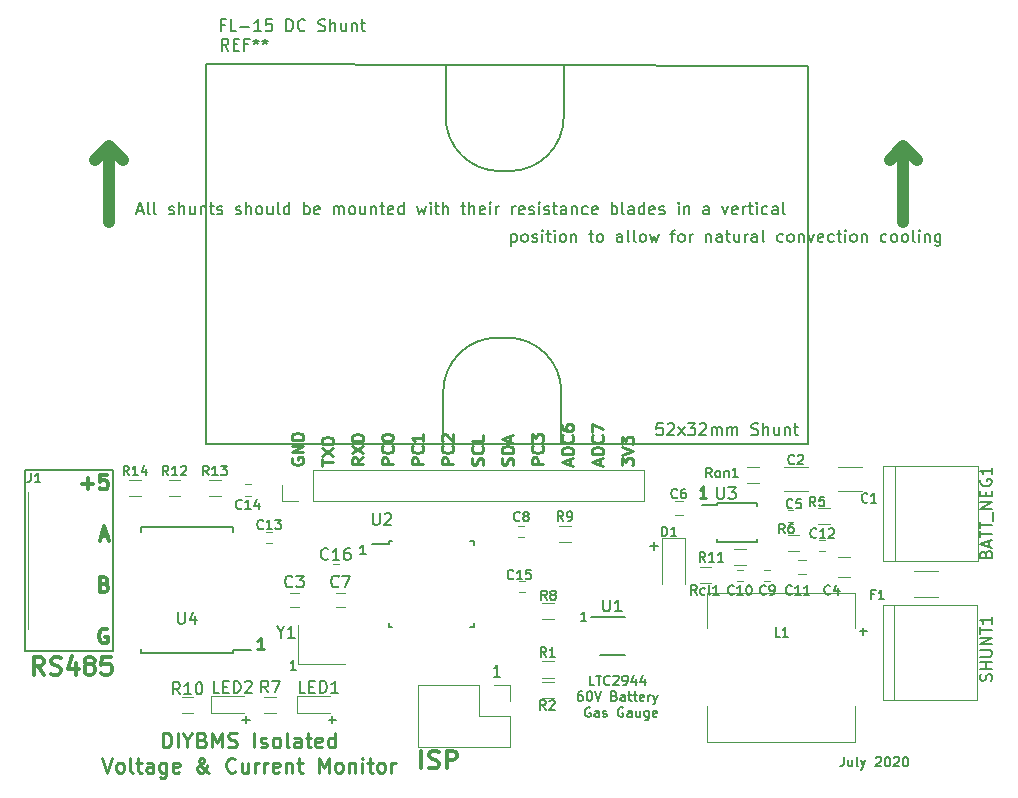
<source format=gbr>
G04 #@! TF.GenerationSoftware,KiCad,Pcbnew,(5.1.5)-3*
G04 #@! TF.CreationDate,2020-07-27T15:31:11+01:00*
G04 #@! TF.ProjectId,diyBMS-CurrentShunt,64697942-4d53-42d4-9375-7272656e7453,rev?*
G04 #@! TF.SameCoordinates,Original*
G04 #@! TF.FileFunction,Legend,Top*
G04 #@! TF.FilePolarity,Positive*
%FSLAX46Y46*%
G04 Gerber Fmt 4.6, Leading zero omitted, Abs format (unit mm)*
G04 Created by KiCad (PCBNEW (5.1.5)-3) date 2020-07-27 15:31:11*
%MOMM*%
%LPD*%
G04 APERTURE LIST*
%ADD10C,0.300000*%
%ADD11C,0.150000*%
%ADD12C,0.200000*%
%ADD13C,0.250000*%
%ADD14C,1.000000*%
%ADD15C,0.120000*%
G04 APERTURE END LIST*
D10*
X72714523Y-78714285D02*
X73666904Y-78714285D01*
X73190714Y-79190476D02*
X73190714Y-78238095D01*
X74857380Y-77940476D02*
X74262142Y-77940476D01*
X74202619Y-78535714D01*
X74262142Y-78476190D01*
X74381190Y-78416666D01*
X74678809Y-78416666D01*
X74797857Y-78476190D01*
X74857380Y-78535714D01*
X74916904Y-78654761D01*
X74916904Y-78952380D01*
X74857380Y-79071428D01*
X74797857Y-79130952D01*
X74678809Y-79190476D01*
X74381190Y-79190476D01*
X74262142Y-79130952D01*
X74202619Y-79071428D01*
X74321666Y-83183333D02*
X74916904Y-83183333D01*
X74202619Y-83540476D02*
X74619285Y-82290476D01*
X75035952Y-83540476D01*
X74619285Y-87235714D02*
X74797857Y-87295238D01*
X74857380Y-87354761D01*
X74916904Y-87473809D01*
X74916904Y-87652380D01*
X74857380Y-87771428D01*
X74797857Y-87830952D01*
X74678809Y-87890476D01*
X74202619Y-87890476D01*
X74202619Y-86640476D01*
X74619285Y-86640476D01*
X74738333Y-86700000D01*
X74797857Y-86759523D01*
X74857380Y-86878571D01*
X74857380Y-86997619D01*
X74797857Y-87116666D01*
X74738333Y-87176190D01*
X74619285Y-87235714D01*
X74202619Y-87235714D01*
X74857380Y-91050000D02*
X74738333Y-90990476D01*
X74559761Y-90990476D01*
X74381190Y-91050000D01*
X74262142Y-91169047D01*
X74202619Y-91288095D01*
X74143095Y-91526190D01*
X74143095Y-91704761D01*
X74202619Y-91942857D01*
X74262142Y-92061904D01*
X74381190Y-92180952D01*
X74559761Y-92240476D01*
X74678809Y-92240476D01*
X74857380Y-92180952D01*
X74916904Y-92121428D01*
X74916904Y-91704761D01*
X74678809Y-91704761D01*
D11*
X116064285Y-95761904D02*
X115683333Y-95761904D01*
X115683333Y-94961904D01*
X116216666Y-94961904D02*
X116673809Y-94961904D01*
X116445238Y-95761904D02*
X116445238Y-94961904D01*
X117397619Y-95685714D02*
X117359523Y-95723809D01*
X117245238Y-95761904D01*
X117169047Y-95761904D01*
X117054761Y-95723809D01*
X116978571Y-95647619D01*
X116940476Y-95571428D01*
X116902380Y-95419047D01*
X116902380Y-95304761D01*
X116940476Y-95152380D01*
X116978571Y-95076190D01*
X117054761Y-95000000D01*
X117169047Y-94961904D01*
X117245238Y-94961904D01*
X117359523Y-95000000D01*
X117397619Y-95038095D01*
X117702380Y-95038095D02*
X117740476Y-95000000D01*
X117816666Y-94961904D01*
X118007142Y-94961904D01*
X118083333Y-95000000D01*
X118121428Y-95038095D01*
X118159523Y-95114285D01*
X118159523Y-95190476D01*
X118121428Y-95304761D01*
X117664285Y-95761904D01*
X118159523Y-95761904D01*
X118540476Y-95761904D02*
X118692857Y-95761904D01*
X118769047Y-95723809D01*
X118807142Y-95685714D01*
X118883333Y-95571428D01*
X118921428Y-95419047D01*
X118921428Y-95114285D01*
X118883333Y-95038095D01*
X118845238Y-95000000D01*
X118769047Y-94961904D01*
X118616666Y-94961904D01*
X118540476Y-95000000D01*
X118502380Y-95038095D01*
X118464285Y-95114285D01*
X118464285Y-95304761D01*
X118502380Y-95380952D01*
X118540476Y-95419047D01*
X118616666Y-95457142D01*
X118769047Y-95457142D01*
X118845238Y-95419047D01*
X118883333Y-95380952D01*
X118921428Y-95304761D01*
X119607142Y-95228571D02*
X119607142Y-95761904D01*
X119416666Y-94923809D02*
X119226190Y-95495238D01*
X119721428Y-95495238D01*
X120369047Y-95228571D02*
X120369047Y-95761904D01*
X120178571Y-94923809D02*
X119988095Y-95495238D01*
X120483333Y-95495238D01*
X115054761Y-96311904D02*
X114902380Y-96311904D01*
X114826190Y-96350000D01*
X114788095Y-96388095D01*
X114711904Y-96502380D01*
X114673809Y-96654761D01*
X114673809Y-96959523D01*
X114711904Y-97035714D01*
X114750000Y-97073809D01*
X114826190Y-97111904D01*
X114978571Y-97111904D01*
X115054761Y-97073809D01*
X115092857Y-97035714D01*
X115130952Y-96959523D01*
X115130952Y-96769047D01*
X115092857Y-96692857D01*
X115054761Y-96654761D01*
X114978571Y-96616666D01*
X114826190Y-96616666D01*
X114750000Y-96654761D01*
X114711904Y-96692857D01*
X114673809Y-96769047D01*
X115626190Y-96311904D02*
X115702380Y-96311904D01*
X115778571Y-96350000D01*
X115816666Y-96388095D01*
X115854761Y-96464285D01*
X115892857Y-96616666D01*
X115892857Y-96807142D01*
X115854761Y-96959523D01*
X115816666Y-97035714D01*
X115778571Y-97073809D01*
X115702380Y-97111904D01*
X115626190Y-97111904D01*
X115550000Y-97073809D01*
X115511904Y-97035714D01*
X115473809Y-96959523D01*
X115435714Y-96807142D01*
X115435714Y-96616666D01*
X115473809Y-96464285D01*
X115511904Y-96388095D01*
X115550000Y-96350000D01*
X115626190Y-96311904D01*
X116121428Y-96311904D02*
X116388095Y-97111904D01*
X116654761Y-96311904D01*
X117797619Y-96692857D02*
X117911904Y-96730952D01*
X117950000Y-96769047D01*
X117988095Y-96845238D01*
X117988095Y-96959523D01*
X117950000Y-97035714D01*
X117911904Y-97073809D01*
X117835714Y-97111904D01*
X117530952Y-97111904D01*
X117530952Y-96311904D01*
X117797619Y-96311904D01*
X117873809Y-96350000D01*
X117911904Y-96388095D01*
X117950000Y-96464285D01*
X117950000Y-96540476D01*
X117911904Y-96616666D01*
X117873809Y-96654761D01*
X117797619Y-96692857D01*
X117530952Y-96692857D01*
X118673809Y-97111904D02*
X118673809Y-96692857D01*
X118635714Y-96616666D01*
X118559523Y-96578571D01*
X118407142Y-96578571D01*
X118330952Y-96616666D01*
X118673809Y-97073809D02*
X118597619Y-97111904D01*
X118407142Y-97111904D01*
X118330952Y-97073809D01*
X118292857Y-96997619D01*
X118292857Y-96921428D01*
X118330952Y-96845238D01*
X118407142Y-96807142D01*
X118597619Y-96807142D01*
X118673809Y-96769047D01*
X118940476Y-96578571D02*
X119245238Y-96578571D01*
X119054761Y-96311904D02*
X119054761Y-96997619D01*
X119092857Y-97073809D01*
X119169047Y-97111904D01*
X119245238Y-97111904D01*
X119397619Y-96578571D02*
X119702380Y-96578571D01*
X119511904Y-96311904D02*
X119511904Y-96997619D01*
X119550000Y-97073809D01*
X119626190Y-97111904D01*
X119702380Y-97111904D01*
X120273809Y-97073809D02*
X120197619Y-97111904D01*
X120045238Y-97111904D01*
X119969047Y-97073809D01*
X119930952Y-96997619D01*
X119930952Y-96692857D01*
X119969047Y-96616666D01*
X120045238Y-96578571D01*
X120197619Y-96578571D01*
X120273809Y-96616666D01*
X120311904Y-96692857D01*
X120311904Y-96769047D01*
X119930952Y-96845238D01*
X120654761Y-97111904D02*
X120654761Y-96578571D01*
X120654761Y-96730952D02*
X120692857Y-96654761D01*
X120730952Y-96616666D01*
X120807142Y-96578571D01*
X120883333Y-96578571D01*
X121073809Y-96578571D02*
X121264285Y-97111904D01*
X121454761Y-96578571D02*
X121264285Y-97111904D01*
X121188095Y-97302380D01*
X121150000Y-97340476D01*
X121073809Y-97378571D01*
X115740476Y-97700000D02*
X115664285Y-97661904D01*
X115549999Y-97661904D01*
X115435714Y-97700000D01*
X115359523Y-97776190D01*
X115321428Y-97852380D01*
X115283333Y-98004761D01*
X115283333Y-98119047D01*
X115321428Y-98271428D01*
X115359523Y-98347619D01*
X115435714Y-98423809D01*
X115549999Y-98461904D01*
X115626190Y-98461904D01*
X115740476Y-98423809D01*
X115778571Y-98385714D01*
X115778571Y-98119047D01*
X115626190Y-98119047D01*
X116464285Y-98461904D02*
X116464285Y-98042857D01*
X116426190Y-97966666D01*
X116349999Y-97928571D01*
X116197619Y-97928571D01*
X116121428Y-97966666D01*
X116464285Y-98423809D02*
X116388095Y-98461904D01*
X116197619Y-98461904D01*
X116121428Y-98423809D01*
X116083333Y-98347619D01*
X116083333Y-98271428D01*
X116121428Y-98195238D01*
X116197619Y-98157142D01*
X116388095Y-98157142D01*
X116464285Y-98119047D01*
X116807142Y-98423809D02*
X116883333Y-98461904D01*
X117035714Y-98461904D01*
X117111904Y-98423809D01*
X117149999Y-98347619D01*
X117149999Y-98309523D01*
X117111904Y-98233333D01*
X117035714Y-98195238D01*
X116921428Y-98195238D01*
X116845238Y-98157142D01*
X116807142Y-98080952D01*
X116807142Y-98042857D01*
X116845238Y-97966666D01*
X116921428Y-97928571D01*
X117035714Y-97928571D01*
X117111904Y-97966666D01*
X118521428Y-97700000D02*
X118445238Y-97661904D01*
X118330952Y-97661904D01*
X118216666Y-97700000D01*
X118140476Y-97776190D01*
X118102380Y-97852380D01*
X118064285Y-98004761D01*
X118064285Y-98119047D01*
X118102380Y-98271428D01*
X118140476Y-98347619D01*
X118216666Y-98423809D01*
X118330952Y-98461904D01*
X118407142Y-98461904D01*
X118521428Y-98423809D01*
X118559523Y-98385714D01*
X118559523Y-98119047D01*
X118407142Y-98119047D01*
X119245238Y-98461904D02*
X119245238Y-98042857D01*
X119207142Y-97966666D01*
X119130952Y-97928571D01*
X118978571Y-97928571D01*
X118902380Y-97966666D01*
X119245238Y-98423809D02*
X119169047Y-98461904D01*
X118978571Y-98461904D01*
X118902380Y-98423809D01*
X118864285Y-98347619D01*
X118864285Y-98271428D01*
X118902380Y-98195238D01*
X118978571Y-98157142D01*
X119169047Y-98157142D01*
X119245238Y-98119047D01*
X119969047Y-97928571D02*
X119969047Y-98461904D01*
X119626190Y-97928571D02*
X119626190Y-98347619D01*
X119664285Y-98423809D01*
X119740476Y-98461904D01*
X119854761Y-98461904D01*
X119930952Y-98423809D01*
X119969047Y-98385714D01*
X120692857Y-97928571D02*
X120692857Y-98576190D01*
X120654761Y-98652380D01*
X120616666Y-98690476D01*
X120540476Y-98728571D01*
X120426190Y-98728571D01*
X120349999Y-98690476D01*
X120692857Y-98423809D02*
X120616666Y-98461904D01*
X120464285Y-98461904D01*
X120388095Y-98423809D01*
X120349999Y-98385714D01*
X120311904Y-98309523D01*
X120311904Y-98080952D01*
X120349999Y-98004761D01*
X120388095Y-97966666D01*
X120464285Y-97928571D01*
X120616666Y-97928571D01*
X120692857Y-97966666D01*
X121378571Y-98423809D02*
X121302380Y-98461904D01*
X121149999Y-98461904D01*
X121073809Y-98423809D01*
X121035714Y-98347619D01*
X121035714Y-98042857D01*
X121073809Y-97966666D01*
X121149999Y-97928571D01*
X121302380Y-97928571D01*
X121378571Y-97966666D01*
X121416666Y-98042857D01*
X121416666Y-98119047D01*
X121035714Y-98195238D01*
D12*
X121142857Y-83695238D02*
X121142857Y-84304761D01*
X120838095Y-84000000D02*
X121447619Y-84000000D01*
X138545238Y-91207142D02*
X139154761Y-91207142D01*
X138850000Y-91511904D02*
X138850000Y-90902380D01*
X86295238Y-98707142D02*
X86904761Y-98707142D01*
X86600000Y-99011904D02*
X86600000Y-98402380D01*
X93595238Y-98707142D02*
X94204761Y-98707142D01*
X93900000Y-99011904D02*
X93900000Y-98402380D01*
X90828571Y-94461904D02*
X90371428Y-94461904D01*
X90600000Y-94461904D02*
X90600000Y-93661904D01*
X90523809Y-93776190D01*
X90447619Y-93852380D01*
X90371428Y-93890476D01*
X137209523Y-101861904D02*
X137209523Y-102433333D01*
X137171428Y-102547619D01*
X137095238Y-102623809D01*
X136980952Y-102661904D01*
X136904761Y-102661904D01*
X137933333Y-102128571D02*
X137933333Y-102661904D01*
X137590476Y-102128571D02*
X137590476Y-102547619D01*
X137628571Y-102623809D01*
X137704761Y-102661904D01*
X137819047Y-102661904D01*
X137895238Y-102623809D01*
X137933333Y-102585714D01*
X138428571Y-102661904D02*
X138352380Y-102623809D01*
X138314285Y-102547619D01*
X138314285Y-101861904D01*
X138657142Y-102128571D02*
X138847619Y-102661904D01*
X139038095Y-102128571D02*
X138847619Y-102661904D01*
X138771428Y-102852380D01*
X138733333Y-102890476D01*
X138657142Y-102928571D01*
X139914285Y-101938095D02*
X139952380Y-101900000D01*
X140028571Y-101861904D01*
X140219047Y-101861904D01*
X140295238Y-101900000D01*
X140333333Y-101938095D01*
X140371428Y-102014285D01*
X140371428Y-102090476D01*
X140333333Y-102204761D01*
X139876190Y-102661904D01*
X140371428Y-102661904D01*
X140866666Y-101861904D02*
X140942857Y-101861904D01*
X141019047Y-101900000D01*
X141057142Y-101938095D01*
X141095238Y-102014285D01*
X141133333Y-102166666D01*
X141133333Y-102357142D01*
X141095238Y-102509523D01*
X141057142Y-102585714D01*
X141019047Y-102623809D01*
X140942857Y-102661904D01*
X140866666Y-102661904D01*
X140790476Y-102623809D01*
X140752380Y-102585714D01*
X140714285Y-102509523D01*
X140676190Y-102357142D01*
X140676190Y-102166666D01*
X140714285Y-102014285D01*
X140752380Y-101938095D01*
X140790476Y-101900000D01*
X140866666Y-101861904D01*
X141438095Y-101938095D02*
X141476190Y-101900000D01*
X141552380Y-101861904D01*
X141742857Y-101861904D01*
X141819047Y-101900000D01*
X141857142Y-101938095D01*
X141895238Y-102014285D01*
X141895238Y-102090476D01*
X141857142Y-102204761D01*
X141400000Y-102661904D01*
X141895238Y-102661904D01*
X142390476Y-101861904D02*
X142466666Y-101861904D01*
X142542857Y-101900000D01*
X142580952Y-101938095D01*
X142619047Y-102014285D01*
X142657142Y-102166666D01*
X142657142Y-102357142D01*
X142619047Y-102509523D01*
X142580952Y-102585714D01*
X142542857Y-102623809D01*
X142466666Y-102661904D01*
X142390476Y-102661904D01*
X142314285Y-102623809D01*
X142276190Y-102585714D01*
X142238095Y-102509523D01*
X142200000Y-102357142D01*
X142200000Y-102166666D01*
X142238095Y-102014285D01*
X142276190Y-101938095D01*
X142314285Y-101900000D01*
X142390476Y-101861904D01*
D13*
X116575756Y-77114285D02*
X116575756Y-76638095D01*
X116861470Y-77209523D02*
X115861470Y-76876190D01*
X116861470Y-76542857D01*
X116861470Y-76209523D02*
X115861470Y-76209523D01*
X115861470Y-75971428D01*
X115909090Y-75828571D01*
X116004328Y-75733333D01*
X116099566Y-75685714D01*
X116290042Y-75638095D01*
X116432899Y-75638095D01*
X116623375Y-75685714D01*
X116718613Y-75733333D01*
X116813851Y-75828571D01*
X116861470Y-75971428D01*
X116861470Y-76209523D01*
X116766232Y-74638095D02*
X116813851Y-74685714D01*
X116861470Y-74828571D01*
X116861470Y-74923809D01*
X116813851Y-75066666D01*
X116718613Y-75161904D01*
X116623375Y-75209523D01*
X116432899Y-75257142D01*
X116290042Y-75257142D01*
X116099566Y-75209523D01*
X116004328Y-75161904D01*
X115909090Y-75066666D01*
X115861470Y-74923809D01*
X115861470Y-74828571D01*
X115909090Y-74685714D01*
X115956709Y-74638095D01*
X115861470Y-74304761D02*
X115861470Y-73638095D01*
X116861470Y-74066666D01*
X114034847Y-77114285D02*
X114034847Y-76638095D01*
X114320561Y-77209523D02*
X113320561Y-76876190D01*
X114320561Y-76542857D01*
X114320561Y-76209523D02*
X113320561Y-76209523D01*
X113320561Y-75971428D01*
X113368181Y-75828571D01*
X113463419Y-75733333D01*
X113558657Y-75685714D01*
X113749133Y-75638095D01*
X113891990Y-75638095D01*
X114082466Y-75685714D01*
X114177704Y-75733333D01*
X114272942Y-75828571D01*
X114320561Y-75971428D01*
X114320561Y-76209523D01*
X114225323Y-74638095D02*
X114272942Y-74685714D01*
X114320561Y-74828571D01*
X114320561Y-74923809D01*
X114272942Y-75066666D01*
X114177704Y-75161904D01*
X114082466Y-75209523D01*
X113891990Y-75257142D01*
X113749133Y-75257142D01*
X113558657Y-75209523D01*
X113463419Y-75161904D01*
X113368181Y-75066666D01*
X113320561Y-74923809D01*
X113320561Y-74828571D01*
X113368181Y-74685714D01*
X113415800Y-74638095D01*
X113320561Y-73780952D02*
X113320561Y-73971428D01*
X113368181Y-74066666D01*
X113415800Y-74114285D01*
X113558657Y-74209523D01*
X113749133Y-74257142D01*
X114130085Y-74257142D01*
X114225323Y-74209523D01*
X114272942Y-74161904D01*
X114320561Y-74066666D01*
X114320561Y-73876190D01*
X114272942Y-73780952D01*
X114225323Y-73733333D01*
X114130085Y-73685714D01*
X113891990Y-73685714D01*
X113796752Y-73733333D01*
X113749133Y-73780952D01*
X113701514Y-73876190D01*
X113701514Y-74066666D01*
X113749133Y-74161904D01*
X113796752Y-74209523D01*
X113891990Y-74257142D01*
X111779652Y-77066667D02*
X110779652Y-77066667D01*
X110779652Y-76685714D01*
X110827272Y-76590476D01*
X110874891Y-76542857D01*
X110970129Y-76495238D01*
X111112986Y-76495238D01*
X111208224Y-76542857D01*
X111255843Y-76590476D01*
X111303462Y-76685714D01*
X111303462Y-77066667D01*
X111684414Y-75495238D02*
X111732033Y-75542857D01*
X111779652Y-75685714D01*
X111779652Y-75780952D01*
X111732033Y-75923810D01*
X111636795Y-76019048D01*
X111541557Y-76066667D01*
X111351081Y-76114286D01*
X111208224Y-76114286D01*
X111017748Y-76066667D01*
X110922510Y-76019048D01*
X110827272Y-75923810D01*
X110779652Y-75780952D01*
X110779652Y-75685714D01*
X110827272Y-75542857D01*
X110874891Y-75495238D01*
X110779652Y-75161905D02*
X110779652Y-74542857D01*
X111160605Y-74876191D01*
X111160605Y-74733333D01*
X111208224Y-74638095D01*
X111255843Y-74590476D01*
X111351081Y-74542857D01*
X111589176Y-74542857D01*
X111684414Y-74590476D01*
X111732033Y-74638095D01*
X111779652Y-74733333D01*
X111779652Y-75019048D01*
X111732033Y-75114286D01*
X111684414Y-75161905D01*
X109191124Y-77114285D02*
X109238743Y-76971428D01*
X109238743Y-76733333D01*
X109191124Y-76638095D01*
X109143505Y-76590476D01*
X109048267Y-76542857D01*
X108953029Y-76542857D01*
X108857791Y-76590476D01*
X108810172Y-76638095D01*
X108762553Y-76733333D01*
X108714934Y-76923809D01*
X108667315Y-77019047D01*
X108619696Y-77066666D01*
X108524458Y-77114285D01*
X108429220Y-77114285D01*
X108333982Y-77066666D01*
X108286363Y-77019047D01*
X108238743Y-76923809D01*
X108238743Y-76685714D01*
X108286363Y-76542857D01*
X109238743Y-76114285D02*
X108238743Y-76114285D01*
X108238743Y-75876190D01*
X108286363Y-75733333D01*
X108381601Y-75638095D01*
X108476839Y-75590476D01*
X108667315Y-75542857D01*
X108810172Y-75542857D01*
X109000648Y-75590476D01*
X109095886Y-75638095D01*
X109191124Y-75733333D01*
X109238743Y-75876190D01*
X109238743Y-76114285D01*
X108953029Y-75161904D02*
X108953029Y-74685714D01*
X109238743Y-75257142D02*
X108238743Y-74923809D01*
X109238743Y-74590476D01*
X106650215Y-77114286D02*
X106697834Y-76971429D01*
X106697834Y-76733333D01*
X106650215Y-76638095D01*
X106602596Y-76590476D01*
X106507358Y-76542857D01*
X106412120Y-76542857D01*
X106316882Y-76590476D01*
X106269263Y-76638095D01*
X106221644Y-76733333D01*
X106174025Y-76923810D01*
X106126406Y-77019048D01*
X106078787Y-77066667D01*
X105983549Y-77114286D01*
X105888311Y-77114286D01*
X105793073Y-77066667D01*
X105745454Y-77019048D01*
X105697834Y-76923810D01*
X105697834Y-76685714D01*
X105745454Y-76542857D01*
X106602596Y-75542857D02*
X106650215Y-75590476D01*
X106697834Y-75733333D01*
X106697834Y-75828571D01*
X106650215Y-75971429D01*
X106554977Y-76066667D01*
X106459739Y-76114286D01*
X106269263Y-76161905D01*
X106126406Y-76161905D01*
X105935930Y-76114286D01*
X105840692Y-76066667D01*
X105745454Y-75971429D01*
X105697834Y-75828571D01*
X105697834Y-75733333D01*
X105745454Y-75590476D01*
X105793073Y-75542857D01*
X106697834Y-74638095D02*
X106697834Y-75114286D01*
X105697834Y-75114286D01*
X104156925Y-77066667D02*
X103156925Y-77066667D01*
X103156925Y-76685714D01*
X103204545Y-76590476D01*
X103252164Y-76542857D01*
X103347402Y-76495238D01*
X103490259Y-76495238D01*
X103585497Y-76542857D01*
X103633116Y-76590476D01*
X103680735Y-76685714D01*
X103680735Y-77066667D01*
X104061687Y-75495238D02*
X104109306Y-75542857D01*
X104156925Y-75685714D01*
X104156925Y-75780952D01*
X104109306Y-75923810D01*
X104014068Y-76019048D01*
X103918830Y-76066667D01*
X103728354Y-76114286D01*
X103585497Y-76114286D01*
X103395021Y-76066667D01*
X103299783Y-76019048D01*
X103204545Y-75923810D01*
X103156925Y-75780952D01*
X103156925Y-75685714D01*
X103204545Y-75542857D01*
X103252164Y-75495238D01*
X103252164Y-75114286D02*
X103204545Y-75066667D01*
X103156925Y-74971429D01*
X103156925Y-74733333D01*
X103204545Y-74638095D01*
X103252164Y-74590476D01*
X103347402Y-74542857D01*
X103442640Y-74542857D01*
X103585497Y-74590476D01*
X104156925Y-75161905D01*
X104156925Y-74542857D01*
X101616016Y-77066667D02*
X100616016Y-77066667D01*
X100616016Y-76685714D01*
X100663636Y-76590476D01*
X100711255Y-76542857D01*
X100806493Y-76495238D01*
X100949350Y-76495238D01*
X101044588Y-76542857D01*
X101092207Y-76590476D01*
X101139826Y-76685714D01*
X101139826Y-77066667D01*
X101520778Y-75495238D02*
X101568397Y-75542857D01*
X101616016Y-75685714D01*
X101616016Y-75780952D01*
X101568397Y-75923810D01*
X101473159Y-76019048D01*
X101377921Y-76066667D01*
X101187445Y-76114286D01*
X101044588Y-76114286D01*
X100854112Y-76066667D01*
X100758874Y-76019048D01*
X100663636Y-75923810D01*
X100616016Y-75780952D01*
X100616016Y-75685714D01*
X100663636Y-75542857D01*
X100711255Y-75495238D01*
X101616016Y-74542857D02*
X101616016Y-75114286D01*
X101616016Y-74828572D02*
X100616016Y-74828572D01*
X100758874Y-74923810D01*
X100854112Y-75019048D01*
X100901731Y-75114286D01*
X99075107Y-77066667D02*
X98075107Y-77066667D01*
X98075107Y-76685714D01*
X98122727Y-76590476D01*
X98170346Y-76542857D01*
X98265584Y-76495238D01*
X98408441Y-76495238D01*
X98503679Y-76542857D01*
X98551298Y-76590476D01*
X98598917Y-76685714D01*
X98598917Y-77066667D01*
X98979869Y-75495238D02*
X99027488Y-75542857D01*
X99075107Y-75685714D01*
X99075107Y-75780952D01*
X99027488Y-75923810D01*
X98932250Y-76019048D01*
X98837012Y-76066667D01*
X98646536Y-76114286D01*
X98503679Y-76114286D01*
X98313203Y-76066667D01*
X98217965Y-76019048D01*
X98122727Y-75923810D01*
X98075107Y-75780952D01*
X98075107Y-75685714D01*
X98122727Y-75542857D01*
X98170346Y-75495238D01*
X98075107Y-74876191D02*
X98075107Y-74780952D01*
X98122727Y-74685714D01*
X98170346Y-74638095D01*
X98265584Y-74590476D01*
X98456060Y-74542857D01*
X98694155Y-74542857D01*
X98884631Y-74590476D01*
X98979869Y-74638095D01*
X99027488Y-74685714D01*
X99075107Y-74780952D01*
X99075107Y-74876191D01*
X99027488Y-74971429D01*
X98979869Y-75019048D01*
X98884631Y-75066667D01*
X98694155Y-75114286D01*
X98456060Y-75114286D01*
X98265584Y-75066667D01*
X98170346Y-75019048D01*
X98122727Y-74971429D01*
X98075107Y-74876191D01*
X96534198Y-76495238D02*
X96058008Y-76828572D01*
X96534198Y-77066667D02*
X95534198Y-77066667D01*
X95534198Y-76685714D01*
X95581818Y-76590476D01*
X95629437Y-76542857D01*
X95724675Y-76495238D01*
X95867532Y-76495238D01*
X95962770Y-76542857D01*
X96010389Y-76590476D01*
X96058008Y-76685714D01*
X96058008Y-77066667D01*
X95534198Y-76161905D02*
X96534198Y-75495238D01*
X95534198Y-75495238D02*
X96534198Y-76161905D01*
X96534198Y-75114286D02*
X95534198Y-75114286D01*
X95534198Y-74876191D01*
X95581818Y-74733333D01*
X95677056Y-74638095D01*
X95772294Y-74590476D01*
X95962770Y-74542857D01*
X96105627Y-74542857D01*
X96296103Y-74590476D01*
X96391341Y-74638095D01*
X96486579Y-74733333D01*
X96534198Y-74876191D01*
X96534198Y-75114286D01*
X92993289Y-77209523D02*
X92993289Y-76638095D01*
X93993289Y-76923809D02*
X92993289Y-76923809D01*
X92993289Y-76399999D02*
X93993289Y-75733333D01*
X92993289Y-75733333D02*
X93993289Y-76399999D01*
X93993289Y-75352380D02*
X92993289Y-75352380D01*
X92993289Y-75114285D01*
X93040909Y-74971428D01*
X93136147Y-74876190D01*
X93231385Y-74828571D01*
X93421861Y-74780952D01*
X93564718Y-74780952D01*
X93755194Y-74828571D01*
X93850432Y-74876190D01*
X93945670Y-74971428D01*
X93993289Y-75114285D01*
X93993289Y-75352380D01*
X90500000Y-76542857D02*
X90452380Y-76638095D01*
X90452380Y-76780953D01*
X90500000Y-76923810D01*
X90595238Y-77019048D01*
X90690476Y-77066667D01*
X90880952Y-77114286D01*
X91023809Y-77114286D01*
X91214285Y-77066667D01*
X91309523Y-77019048D01*
X91404761Y-76923810D01*
X91452380Y-76780953D01*
X91452380Y-76685714D01*
X91404761Y-76542857D01*
X91357142Y-76495238D01*
X91023809Y-76495238D01*
X91023809Y-76685714D01*
X91452380Y-76066667D02*
X90452380Y-76066667D01*
X91452380Y-75495238D01*
X90452380Y-75495238D01*
X91452380Y-75019048D02*
X90452380Y-75019048D01*
X90452380Y-74780953D01*
X90500000Y-74638095D01*
X90595238Y-74542857D01*
X90690476Y-74495238D01*
X90880952Y-74447619D01*
X91023809Y-74447619D01*
X91214285Y-74495238D01*
X91309523Y-74542857D01*
X91404761Y-74638095D01*
X91452380Y-74780953D01*
X91452380Y-75019048D01*
X118402380Y-77161905D02*
X118402380Y-76542857D01*
X118783333Y-76876190D01*
X118783333Y-76733333D01*
X118830952Y-76638095D01*
X118878571Y-76590476D01*
X118973809Y-76542857D01*
X119211904Y-76542857D01*
X119307142Y-76590476D01*
X119354761Y-76638095D01*
X119402380Y-76733333D01*
X119402380Y-77019048D01*
X119354761Y-77114286D01*
X119307142Y-77161905D01*
X118402380Y-76257143D02*
X119402380Y-75923810D01*
X118402380Y-75590476D01*
X118402380Y-75352381D02*
X118402380Y-74733333D01*
X118783333Y-75066667D01*
X118783333Y-74923810D01*
X118830952Y-74828571D01*
X118878571Y-74780952D01*
X118973809Y-74733333D01*
X119211904Y-74733333D01*
X119307142Y-74780952D01*
X119354761Y-74828571D01*
X119402380Y-74923810D01*
X119402380Y-75209524D01*
X119354761Y-75304762D01*
X119307142Y-75352381D01*
D12*
X108135714Y-95052380D02*
X107564285Y-95052380D01*
X107850000Y-95052380D02*
X107850000Y-94052380D01*
X107754761Y-94195238D01*
X107659523Y-94290476D01*
X107564285Y-94338095D01*
D10*
X101435714Y-102828571D02*
X101435714Y-101328571D01*
X102078571Y-102757142D02*
X102292857Y-102828571D01*
X102650000Y-102828571D01*
X102792857Y-102757142D01*
X102864285Y-102685714D01*
X102935714Y-102542857D01*
X102935714Y-102400000D01*
X102864285Y-102257142D01*
X102792857Y-102185714D01*
X102650000Y-102114285D01*
X102364285Y-102042857D01*
X102221428Y-101971428D01*
X102150000Y-101900000D01*
X102078571Y-101757142D01*
X102078571Y-101614285D01*
X102150000Y-101471428D01*
X102221428Y-101400000D01*
X102364285Y-101328571D01*
X102721428Y-101328571D01*
X102935714Y-101400000D01*
X103578571Y-102828571D02*
X103578571Y-101328571D01*
X104150000Y-101328571D01*
X104292857Y-101400000D01*
X104364285Y-101471428D01*
X104435714Y-101614285D01*
X104435714Y-101828571D01*
X104364285Y-101971428D01*
X104292857Y-102042857D01*
X104150000Y-102114285D01*
X103578571Y-102114285D01*
D13*
X79558333Y-101052976D02*
X79558333Y-99802976D01*
X79855952Y-99802976D01*
X80034523Y-99862500D01*
X80153571Y-99981547D01*
X80213095Y-100100595D01*
X80272619Y-100338690D01*
X80272619Y-100517261D01*
X80213095Y-100755357D01*
X80153571Y-100874404D01*
X80034523Y-100993452D01*
X79855952Y-101052976D01*
X79558333Y-101052976D01*
X80808333Y-101052976D02*
X80808333Y-99802976D01*
X81641666Y-100457738D02*
X81641666Y-101052976D01*
X81225000Y-99802976D02*
X81641666Y-100457738D01*
X82058333Y-99802976D01*
X82891666Y-100398214D02*
X83070238Y-100457738D01*
X83129761Y-100517261D01*
X83189285Y-100636309D01*
X83189285Y-100814880D01*
X83129761Y-100933928D01*
X83070238Y-100993452D01*
X82951190Y-101052976D01*
X82475000Y-101052976D01*
X82475000Y-99802976D01*
X82891666Y-99802976D01*
X83010714Y-99862500D01*
X83070238Y-99922023D01*
X83129761Y-100041071D01*
X83129761Y-100160119D01*
X83070238Y-100279166D01*
X83010714Y-100338690D01*
X82891666Y-100398214D01*
X82475000Y-100398214D01*
X83725000Y-101052976D02*
X83725000Y-99802976D01*
X84141666Y-100695833D01*
X84558333Y-99802976D01*
X84558333Y-101052976D01*
X85094047Y-100993452D02*
X85272619Y-101052976D01*
X85570238Y-101052976D01*
X85689285Y-100993452D01*
X85748809Y-100933928D01*
X85808333Y-100814880D01*
X85808333Y-100695833D01*
X85748809Y-100576785D01*
X85689285Y-100517261D01*
X85570238Y-100457738D01*
X85332142Y-100398214D01*
X85213095Y-100338690D01*
X85153571Y-100279166D01*
X85094047Y-100160119D01*
X85094047Y-100041071D01*
X85153571Y-99922023D01*
X85213095Y-99862500D01*
X85332142Y-99802976D01*
X85629761Y-99802976D01*
X85808333Y-99862500D01*
X87296428Y-101052976D02*
X87296428Y-99802976D01*
X87832142Y-100993452D02*
X87951190Y-101052976D01*
X88189285Y-101052976D01*
X88308333Y-100993452D01*
X88367857Y-100874404D01*
X88367857Y-100814880D01*
X88308333Y-100695833D01*
X88189285Y-100636309D01*
X88010714Y-100636309D01*
X87891666Y-100576785D01*
X87832142Y-100457738D01*
X87832142Y-100398214D01*
X87891666Y-100279166D01*
X88010714Y-100219642D01*
X88189285Y-100219642D01*
X88308333Y-100279166D01*
X89082142Y-101052976D02*
X88963095Y-100993452D01*
X88903571Y-100933928D01*
X88844047Y-100814880D01*
X88844047Y-100457738D01*
X88903571Y-100338690D01*
X88963095Y-100279166D01*
X89082142Y-100219642D01*
X89260714Y-100219642D01*
X89379761Y-100279166D01*
X89439285Y-100338690D01*
X89498809Y-100457738D01*
X89498809Y-100814880D01*
X89439285Y-100933928D01*
X89379761Y-100993452D01*
X89260714Y-101052976D01*
X89082142Y-101052976D01*
X90213095Y-101052976D02*
X90094047Y-100993452D01*
X90034523Y-100874404D01*
X90034523Y-99802976D01*
X91225000Y-101052976D02*
X91225000Y-100398214D01*
X91165476Y-100279166D01*
X91046428Y-100219642D01*
X90808333Y-100219642D01*
X90689285Y-100279166D01*
X91225000Y-100993452D02*
X91105952Y-101052976D01*
X90808333Y-101052976D01*
X90689285Y-100993452D01*
X90629761Y-100874404D01*
X90629761Y-100755357D01*
X90689285Y-100636309D01*
X90808333Y-100576785D01*
X91105952Y-100576785D01*
X91225000Y-100517261D01*
X91641666Y-100219642D02*
X92117857Y-100219642D01*
X91820238Y-99802976D02*
X91820238Y-100874404D01*
X91879761Y-100993452D01*
X91998809Y-101052976D01*
X92117857Y-101052976D01*
X93010714Y-100993452D02*
X92891666Y-101052976D01*
X92653571Y-101052976D01*
X92534523Y-100993452D01*
X92475000Y-100874404D01*
X92475000Y-100398214D01*
X92534523Y-100279166D01*
X92653571Y-100219642D01*
X92891666Y-100219642D01*
X93010714Y-100279166D01*
X93070238Y-100398214D01*
X93070238Y-100517261D01*
X92475000Y-100636309D01*
X94141666Y-101052976D02*
X94141666Y-99802976D01*
X94141666Y-100993452D02*
X94022619Y-101052976D01*
X93784523Y-101052976D01*
X93665476Y-100993452D01*
X93605952Y-100933928D01*
X93546428Y-100814880D01*
X93546428Y-100457738D01*
X93605952Y-100338690D01*
X93665476Y-100279166D01*
X93784523Y-100219642D01*
X94022619Y-100219642D01*
X94141666Y-100279166D01*
X74439285Y-101927976D02*
X74855952Y-103177976D01*
X75272619Y-101927976D01*
X75867857Y-103177976D02*
X75748809Y-103118452D01*
X75689285Y-103058928D01*
X75629761Y-102939880D01*
X75629761Y-102582738D01*
X75689285Y-102463690D01*
X75748809Y-102404166D01*
X75867857Y-102344642D01*
X76046428Y-102344642D01*
X76165476Y-102404166D01*
X76225000Y-102463690D01*
X76284523Y-102582738D01*
X76284523Y-102939880D01*
X76225000Y-103058928D01*
X76165476Y-103118452D01*
X76046428Y-103177976D01*
X75867857Y-103177976D01*
X76998809Y-103177976D02*
X76879761Y-103118452D01*
X76820238Y-102999404D01*
X76820238Y-101927976D01*
X77296428Y-102344642D02*
X77772619Y-102344642D01*
X77475000Y-101927976D02*
X77475000Y-102999404D01*
X77534523Y-103118452D01*
X77653571Y-103177976D01*
X77772619Y-103177976D01*
X78725000Y-103177976D02*
X78725000Y-102523214D01*
X78665476Y-102404166D01*
X78546428Y-102344642D01*
X78308333Y-102344642D01*
X78189285Y-102404166D01*
X78725000Y-103118452D02*
X78605952Y-103177976D01*
X78308333Y-103177976D01*
X78189285Y-103118452D01*
X78129761Y-102999404D01*
X78129761Y-102880357D01*
X78189285Y-102761309D01*
X78308333Y-102701785D01*
X78605952Y-102701785D01*
X78725000Y-102642261D01*
X79855952Y-102344642D02*
X79855952Y-103356547D01*
X79796428Y-103475595D01*
X79736904Y-103535119D01*
X79617857Y-103594642D01*
X79439285Y-103594642D01*
X79320238Y-103535119D01*
X79855952Y-103118452D02*
X79736904Y-103177976D01*
X79498809Y-103177976D01*
X79379761Y-103118452D01*
X79320238Y-103058928D01*
X79260714Y-102939880D01*
X79260714Y-102582738D01*
X79320238Y-102463690D01*
X79379761Y-102404166D01*
X79498809Y-102344642D01*
X79736904Y-102344642D01*
X79855952Y-102404166D01*
X80927380Y-103118452D02*
X80808333Y-103177976D01*
X80570238Y-103177976D01*
X80451190Y-103118452D01*
X80391666Y-102999404D01*
X80391666Y-102523214D01*
X80451190Y-102404166D01*
X80570238Y-102344642D01*
X80808333Y-102344642D01*
X80927380Y-102404166D01*
X80986904Y-102523214D01*
X80986904Y-102642261D01*
X80391666Y-102761309D01*
X83486904Y-103177976D02*
X83427380Y-103177976D01*
X83308333Y-103118452D01*
X83129761Y-102939880D01*
X82832142Y-102582738D01*
X82713095Y-102404166D01*
X82653571Y-102225595D01*
X82653571Y-102106547D01*
X82713095Y-101987500D01*
X82832142Y-101927976D01*
X82891666Y-101927976D01*
X83010714Y-101987500D01*
X83070238Y-102106547D01*
X83070238Y-102166071D01*
X83010714Y-102285119D01*
X82951190Y-102344642D01*
X82594047Y-102582738D01*
X82534523Y-102642261D01*
X82475000Y-102761309D01*
X82475000Y-102939880D01*
X82534523Y-103058928D01*
X82594047Y-103118452D01*
X82713095Y-103177976D01*
X82891666Y-103177976D01*
X83010714Y-103118452D01*
X83070238Y-103058928D01*
X83248809Y-102820833D01*
X83308333Y-102642261D01*
X83308333Y-102523214D01*
X85689285Y-103058928D02*
X85629761Y-103118452D01*
X85451190Y-103177976D01*
X85332142Y-103177976D01*
X85153571Y-103118452D01*
X85034523Y-102999404D01*
X84975000Y-102880357D01*
X84915476Y-102642261D01*
X84915476Y-102463690D01*
X84975000Y-102225595D01*
X85034523Y-102106547D01*
X85153571Y-101987500D01*
X85332142Y-101927976D01*
X85451190Y-101927976D01*
X85629761Y-101987500D01*
X85689285Y-102047023D01*
X86760714Y-102344642D02*
X86760714Y-103177976D01*
X86225000Y-102344642D02*
X86225000Y-102999404D01*
X86284523Y-103118452D01*
X86403571Y-103177976D01*
X86582142Y-103177976D01*
X86701190Y-103118452D01*
X86760714Y-103058928D01*
X87355952Y-103177976D02*
X87355952Y-102344642D01*
X87355952Y-102582738D02*
X87415476Y-102463690D01*
X87475000Y-102404166D01*
X87594047Y-102344642D01*
X87713095Y-102344642D01*
X88129761Y-103177976D02*
X88129761Y-102344642D01*
X88129761Y-102582738D02*
X88189285Y-102463690D01*
X88248809Y-102404166D01*
X88367857Y-102344642D01*
X88486904Y-102344642D01*
X89379761Y-103118452D02*
X89260714Y-103177976D01*
X89022619Y-103177976D01*
X88903571Y-103118452D01*
X88844047Y-102999404D01*
X88844047Y-102523214D01*
X88903571Y-102404166D01*
X89022619Y-102344642D01*
X89260714Y-102344642D01*
X89379761Y-102404166D01*
X89439285Y-102523214D01*
X89439285Y-102642261D01*
X88844047Y-102761309D01*
X89975000Y-102344642D02*
X89975000Y-103177976D01*
X89975000Y-102463690D02*
X90034523Y-102404166D01*
X90153571Y-102344642D01*
X90332142Y-102344642D01*
X90451190Y-102404166D01*
X90510714Y-102523214D01*
X90510714Y-103177976D01*
X90927380Y-102344642D02*
X91403571Y-102344642D01*
X91105952Y-101927976D02*
X91105952Y-102999404D01*
X91165476Y-103118452D01*
X91284523Y-103177976D01*
X91403571Y-103177976D01*
X92772619Y-103177976D02*
X92772619Y-101927976D01*
X93189285Y-102820833D01*
X93605952Y-101927976D01*
X93605952Y-103177976D01*
X94379761Y-103177976D02*
X94260714Y-103118452D01*
X94201190Y-103058928D01*
X94141666Y-102939880D01*
X94141666Y-102582738D01*
X94201190Y-102463690D01*
X94260714Y-102404166D01*
X94379761Y-102344642D01*
X94558333Y-102344642D01*
X94677380Y-102404166D01*
X94736904Y-102463690D01*
X94796428Y-102582738D01*
X94796428Y-102939880D01*
X94736904Y-103058928D01*
X94677380Y-103118452D01*
X94558333Y-103177976D01*
X94379761Y-103177976D01*
X95332142Y-102344642D02*
X95332142Y-103177976D01*
X95332142Y-102463690D02*
X95391666Y-102404166D01*
X95510714Y-102344642D01*
X95689285Y-102344642D01*
X95808333Y-102404166D01*
X95867857Y-102523214D01*
X95867857Y-103177976D01*
X96463095Y-103177976D02*
X96463095Y-102344642D01*
X96463095Y-101927976D02*
X96403571Y-101987500D01*
X96463095Y-102047023D01*
X96522619Y-101987500D01*
X96463095Y-101927976D01*
X96463095Y-102047023D01*
X96879761Y-102344642D02*
X97355952Y-102344642D01*
X97058333Y-101927976D02*
X97058333Y-102999404D01*
X97117857Y-103118452D01*
X97236904Y-103177976D01*
X97355952Y-103177976D01*
X97951190Y-103177976D02*
X97832142Y-103118452D01*
X97772619Y-103058928D01*
X97713095Y-102939880D01*
X97713095Y-102582738D01*
X97772619Y-102463690D01*
X97832142Y-102404166D01*
X97951190Y-102344642D01*
X98129761Y-102344642D01*
X98248809Y-102404166D01*
X98308333Y-102463690D01*
X98367857Y-102582738D01*
X98367857Y-102939880D01*
X98308333Y-103058928D01*
X98248809Y-103118452D01*
X98129761Y-103177976D01*
X97951190Y-103177976D01*
X98903571Y-103177976D02*
X98903571Y-102344642D01*
X98903571Y-102582738D02*
X98963095Y-102463690D01*
X99022619Y-102404166D01*
X99141666Y-102344642D01*
X99260714Y-102344642D01*
X125585714Y-79952380D02*
X125014285Y-79952380D01*
X125300000Y-79952380D02*
X125300000Y-78952380D01*
X125204761Y-79095238D01*
X125109523Y-79190476D01*
X125014285Y-79238095D01*
D12*
X115428571Y-90361904D02*
X114971428Y-90361904D01*
X115200000Y-90361904D02*
X115200000Y-89561904D01*
X115123809Y-89676190D01*
X115047619Y-89752380D01*
X114971428Y-89790476D01*
X96728571Y-84711904D02*
X96271428Y-84711904D01*
X96500000Y-84711904D02*
X96500000Y-83911904D01*
X96423809Y-84026190D01*
X96347619Y-84102380D01*
X96271428Y-84140476D01*
D13*
X88135714Y-92752380D02*
X87564285Y-92752380D01*
X87850000Y-92752380D02*
X87850000Y-91752380D01*
X87754761Y-91895238D01*
X87659523Y-91990476D01*
X87564285Y-92038095D01*
D10*
X69507142Y-94878571D02*
X69007142Y-94164285D01*
X68650000Y-94878571D02*
X68650000Y-93378571D01*
X69221428Y-93378571D01*
X69364285Y-93450000D01*
X69435714Y-93521428D01*
X69507142Y-93664285D01*
X69507142Y-93878571D01*
X69435714Y-94021428D01*
X69364285Y-94092857D01*
X69221428Y-94164285D01*
X68650000Y-94164285D01*
X70078571Y-94807142D02*
X70292857Y-94878571D01*
X70650000Y-94878571D01*
X70792857Y-94807142D01*
X70864285Y-94735714D01*
X70935714Y-94592857D01*
X70935714Y-94450000D01*
X70864285Y-94307142D01*
X70792857Y-94235714D01*
X70650000Y-94164285D01*
X70364285Y-94092857D01*
X70221428Y-94021428D01*
X70150000Y-93950000D01*
X70078571Y-93807142D01*
X70078571Y-93664285D01*
X70150000Y-93521428D01*
X70221428Y-93450000D01*
X70364285Y-93378571D01*
X70721428Y-93378571D01*
X70935714Y-93450000D01*
X72221428Y-93878571D02*
X72221428Y-94878571D01*
X71864285Y-93307142D02*
X71507142Y-94378571D01*
X72435714Y-94378571D01*
X73221428Y-94021428D02*
X73078571Y-93950000D01*
X73007142Y-93878571D01*
X72935714Y-93735714D01*
X72935714Y-93664285D01*
X73007142Y-93521428D01*
X73078571Y-93450000D01*
X73221428Y-93378571D01*
X73507142Y-93378571D01*
X73650000Y-93450000D01*
X73721428Y-93521428D01*
X73792857Y-93664285D01*
X73792857Y-93735714D01*
X73721428Y-93878571D01*
X73650000Y-93950000D01*
X73507142Y-94021428D01*
X73221428Y-94021428D01*
X73078571Y-94092857D01*
X73007142Y-94164285D01*
X72935714Y-94307142D01*
X72935714Y-94592857D01*
X73007142Y-94735714D01*
X73078571Y-94807142D01*
X73221428Y-94878571D01*
X73507142Y-94878571D01*
X73650000Y-94807142D01*
X73721428Y-94735714D01*
X73792857Y-94592857D01*
X73792857Y-94307142D01*
X73721428Y-94164285D01*
X73650000Y-94092857D01*
X73507142Y-94021428D01*
X75150000Y-93378571D02*
X74435714Y-93378571D01*
X74364285Y-94092857D01*
X74435714Y-94021428D01*
X74578571Y-93950000D01*
X74935714Y-93950000D01*
X75078571Y-94021428D01*
X75150000Y-94092857D01*
X75221428Y-94235714D01*
X75221428Y-94592857D01*
X75150000Y-94735714D01*
X75078571Y-94807142D01*
X74935714Y-94878571D01*
X74578571Y-94878571D01*
X74435714Y-94807142D01*
X74364285Y-94735714D01*
D14*
X142250000Y-50150000D02*
X143400000Y-51300000D01*
X142250000Y-50150000D02*
X141100000Y-51300000D01*
X142250000Y-50150000D02*
X142250000Y-56550000D01*
D11*
X83200000Y-43200000D02*
X134200000Y-43350000D01*
X134200000Y-43350000D02*
X134200000Y-75350000D01*
X134200000Y-75350000D02*
X83200000Y-75350000D01*
X83200000Y-43200000D02*
X83200000Y-75350000D01*
X103300000Y-75350000D02*
X103300000Y-70950000D01*
X107900000Y-66350000D02*
X108700000Y-66350000D01*
X113300000Y-70950000D02*
X113300000Y-75350000D01*
X103300000Y-70950000D02*
G75*
G02X107900000Y-66350000I4600000J0D01*
G01*
X108700000Y-66350000D02*
G75*
G02X113300000Y-70950000I0J-4600000D01*
G01*
X103500000Y-47650000D02*
X103500000Y-43250000D01*
X108900000Y-52250000D02*
X108100000Y-52250000D01*
X113500000Y-43250000D02*
X113500000Y-47650000D01*
X113500000Y-47650000D02*
G75*
G02X108900000Y-52250000I-4600000J0D01*
G01*
X108100000Y-52250000D02*
G75*
G02X103500000Y-47650000I0J4600000D01*
G01*
D14*
X75000000Y-50150000D02*
X76150000Y-51300000D01*
X75000000Y-50150000D02*
X75000000Y-56550000D01*
X75000000Y-50150000D02*
X73850000Y-51300000D01*
D15*
X83650000Y-96715000D02*
X83650000Y-98115000D01*
X83650000Y-98115000D02*
X86450000Y-98115000D01*
X83650000Y-96715000D02*
X86450000Y-96715000D01*
X90950000Y-96715000D02*
X90950000Y-98115000D01*
X90950000Y-98115000D02*
X93750000Y-98115000D01*
X90950000Y-96715000D02*
X93750000Y-96715000D01*
X94450000Y-85530000D02*
X93950000Y-85530000D01*
X93950000Y-86470000D02*
X94450000Y-86470000D01*
X110200000Y-86980000D02*
X109700000Y-86980000D01*
X109700000Y-87920000D02*
X110200000Y-87920000D01*
X87000000Y-78780000D02*
X86500000Y-78780000D01*
X86500000Y-79720000D02*
X87000000Y-79720000D01*
X88800000Y-82830000D02*
X88300000Y-82830000D01*
X88300000Y-83770000D02*
X88800000Y-83770000D01*
D11*
X75300000Y-92850000D02*
X67900000Y-92850000D01*
X75300000Y-77600000D02*
X67900000Y-77600000D01*
X67900000Y-77600000D02*
X67900000Y-92850000D01*
X75300000Y-77600000D02*
X75300000Y-92850000D01*
D15*
X68150000Y-79400000D02*
X68150000Y-91000000D01*
X130050000Y-78630000D02*
X129050000Y-78630000D01*
X129050000Y-77270000D02*
X130050000Y-77270000D01*
X126000000Y-87130000D02*
X125000000Y-87130000D01*
X125000000Y-85770000D02*
X126000000Y-85770000D01*
X128900000Y-85630000D02*
X127900000Y-85630000D01*
X127900000Y-84270000D02*
X128900000Y-84270000D01*
X82150000Y-98160000D02*
X81150000Y-98160000D01*
X81150000Y-96800000D02*
X82150000Y-96800000D01*
X114100000Y-83630000D02*
X113100000Y-83630000D01*
X113100000Y-82270000D02*
X114100000Y-82270000D01*
X112700000Y-90180000D02*
X111700000Y-90180000D01*
X111700000Y-88820000D02*
X112700000Y-88820000D01*
X89150000Y-98160000D02*
X88150000Y-98160000D01*
X88150000Y-96800000D02*
X89150000Y-96800000D01*
X133450000Y-84420000D02*
X132450000Y-84420000D01*
X132450000Y-83060000D02*
X133450000Y-83060000D01*
X136050000Y-82130000D02*
X135050000Y-82130000D01*
X135050000Y-80770000D02*
X136050000Y-80770000D01*
X112650000Y-96880000D02*
X111650000Y-96880000D01*
X111650000Y-95520000D02*
X112650000Y-95520000D01*
X112650000Y-95130000D02*
X111650000Y-95130000D01*
X111650000Y-93770000D02*
X112650000Y-93770000D01*
X120270000Y-80180000D02*
X120270000Y-77520000D01*
X92270000Y-80180000D02*
X120270000Y-80180000D01*
X92270000Y-77520000D02*
X120270000Y-77520000D01*
X92270000Y-80180000D02*
X92270000Y-77520000D01*
X91000000Y-80180000D02*
X89670000Y-80180000D01*
X89670000Y-80180000D02*
X89670000Y-78850000D01*
X135650000Y-83480000D02*
X135150000Y-83480000D01*
X135150000Y-84420000D02*
X135650000Y-84420000D01*
X134000000Y-86400000D02*
X133300000Y-86400000D01*
X133300000Y-85200000D02*
X134000000Y-85200000D01*
X128700000Y-86030000D02*
X128200000Y-86030000D01*
X128200000Y-86970000D02*
X128700000Y-86970000D01*
X130950000Y-86030000D02*
X130450000Y-86030000D01*
X130450000Y-86970000D02*
X130950000Y-86970000D01*
X110150000Y-82330000D02*
X109650000Y-82330000D01*
X109650000Y-83270000D02*
X110150000Y-83270000D01*
X94950000Y-89150000D02*
X94250000Y-89150000D01*
X94250000Y-87950000D02*
X94950000Y-87950000D01*
X123600000Y-81400000D02*
X122900000Y-81400000D01*
X122900000Y-80200000D02*
X123600000Y-80200000D01*
X132950000Y-80980000D02*
X132450000Y-80980000D01*
X132450000Y-81920000D02*
X132950000Y-81920000D01*
X137750000Y-84900000D02*
X136750000Y-84900000D01*
X136750000Y-86600000D02*
X137750000Y-86600000D01*
X91050000Y-89150000D02*
X90350000Y-89150000D01*
X90350000Y-87950000D02*
X91050000Y-87950000D01*
X138750000Y-77280000D02*
X136750000Y-77280000D01*
X136750000Y-79320000D02*
X138750000Y-79320000D01*
X123800000Y-83350000D02*
X121800000Y-83350000D01*
X121800000Y-83350000D02*
X121800000Y-87200000D01*
X123800000Y-83350000D02*
X123800000Y-87200000D01*
X143150000Y-86130000D02*
X145150000Y-86130000D01*
X145150000Y-88270000D02*
X143150000Y-88270000D01*
D11*
X126475000Y-80325000D02*
X126475000Y-80500000D01*
X129825000Y-80325000D02*
X129825000Y-80575000D01*
X129825000Y-83675000D02*
X129825000Y-83425000D01*
X126475000Y-83675000D02*
X126475000Y-83425000D01*
X126475000Y-80325000D02*
X129825000Y-80325000D01*
X126475000Y-83675000D02*
X129825000Y-83675000D01*
X126475000Y-80500000D02*
X125225000Y-80500000D01*
X85475000Y-93075000D02*
X85475000Y-92800000D01*
X77725000Y-93075000D02*
X77725000Y-92720000D01*
X77725000Y-82425000D02*
X77725000Y-82780000D01*
X85475000Y-82425000D02*
X85475000Y-82780000D01*
X85475000Y-93075000D02*
X77725000Y-93075000D01*
X85475000Y-82425000D02*
X77725000Y-82425000D01*
X85475000Y-92800000D02*
X87000000Y-92800000D01*
D15*
X101190000Y-95770000D02*
X101190000Y-100970000D01*
X106330000Y-95770000D02*
X101190000Y-95770000D01*
X108930000Y-100970000D02*
X101190000Y-100970000D01*
X106330000Y-95770000D02*
X106330000Y-98370000D01*
X106330000Y-98370000D02*
X108930000Y-98370000D01*
X108930000Y-98370000D02*
X108930000Y-100970000D01*
X107600000Y-95770000D02*
X108930000Y-95770000D01*
X108930000Y-95770000D02*
X108930000Y-97100000D01*
X91000000Y-90700000D02*
X91000000Y-94000000D01*
X91000000Y-94000000D02*
X95000000Y-94000000D01*
D11*
X98675000Y-83575000D02*
X98675000Y-83800000D01*
X105925000Y-83575000D02*
X105925000Y-83900000D01*
X105925000Y-90825000D02*
X105925000Y-90500000D01*
X98675000Y-90825000D02*
X98675000Y-90500000D01*
X98675000Y-83575000D02*
X99000000Y-83575000D01*
X98675000Y-90825000D02*
X99000000Y-90825000D01*
X105925000Y-90825000D02*
X105600000Y-90825000D01*
X105925000Y-83575000D02*
X105600000Y-83575000D01*
X98675000Y-83800000D02*
X97250000Y-83800000D01*
D15*
X77700000Y-79780000D02*
X76700000Y-79780000D01*
X76700000Y-78420000D02*
X77700000Y-78420000D01*
X84450000Y-79780000D02*
X83450000Y-79780000D01*
X83450000Y-78420000D02*
X84450000Y-78420000D01*
X81050000Y-79780000D02*
X80050000Y-79780000D01*
X80050000Y-78420000D02*
X81050000Y-78420000D01*
X134150000Y-77270000D02*
X132150000Y-77270000D01*
X132150000Y-79310000D02*
X134150000Y-79310000D01*
D11*
X116555000Y-93260000D02*
X118655000Y-93260000D01*
X115780000Y-90010000D02*
X118655000Y-90010000D01*
D15*
X141500000Y-89000000D02*
X141500000Y-97000000D01*
X148500000Y-89000000D02*
X148500000Y-91000000D01*
X140500000Y-89000000D02*
X148500000Y-89000000D01*
X140500000Y-97000000D02*
X140500000Y-89000000D01*
X148500000Y-97000000D02*
X140500000Y-97000000D01*
X148500000Y-91000000D02*
X148500000Y-97000000D01*
X138200000Y-97550000D02*
X138200000Y-100550000D01*
X138200000Y-100550000D02*
X125600000Y-100550000D01*
X125600000Y-100550000D02*
X125600000Y-97550000D01*
X125600000Y-90950000D02*
X125600000Y-87950000D01*
X125600000Y-87950000D02*
X138200000Y-87950000D01*
X138200000Y-87950000D02*
X138200000Y-90950000D01*
X141550000Y-77250000D02*
X141550000Y-85250000D01*
X148550000Y-77250000D02*
X148550000Y-79250000D01*
X140550000Y-77250000D02*
X148550000Y-77250000D01*
X140550000Y-85250000D02*
X140550000Y-77250000D01*
X148550000Y-85250000D02*
X140550000Y-85250000D01*
X148550000Y-79250000D02*
X148550000Y-85250000D01*
D11*
X85116666Y-42052380D02*
X84783333Y-41576190D01*
X84545238Y-42052380D02*
X84545238Y-41052380D01*
X84926190Y-41052380D01*
X85021428Y-41100000D01*
X85069047Y-41147619D01*
X85116666Y-41242857D01*
X85116666Y-41385714D01*
X85069047Y-41480952D01*
X85021428Y-41528571D01*
X84926190Y-41576190D01*
X84545238Y-41576190D01*
X85545238Y-41528571D02*
X85878571Y-41528571D01*
X86021428Y-42052380D02*
X85545238Y-42052380D01*
X85545238Y-41052380D01*
X86021428Y-41052380D01*
X86783333Y-41528571D02*
X86450000Y-41528571D01*
X86450000Y-42052380D02*
X86450000Y-41052380D01*
X86926190Y-41052380D01*
X87450000Y-41052380D02*
X87450000Y-41290476D01*
X87211904Y-41195238D02*
X87450000Y-41290476D01*
X87688095Y-41195238D01*
X87307142Y-41480952D02*
X87450000Y-41290476D01*
X87592857Y-41480952D01*
X88211904Y-41052380D02*
X88211904Y-41290476D01*
X87973809Y-41195238D02*
X88211904Y-41290476D01*
X88450000Y-41195238D01*
X88069047Y-41480952D02*
X88211904Y-41290476D01*
X88354761Y-41480952D01*
X84785714Y-39878571D02*
X84452380Y-39878571D01*
X84452380Y-40402380D02*
X84452380Y-39402380D01*
X84928571Y-39402380D01*
X85785714Y-40402380D02*
X85309523Y-40402380D01*
X85309523Y-39402380D01*
X86119047Y-40021428D02*
X86880952Y-40021428D01*
X87880952Y-40402380D02*
X87309523Y-40402380D01*
X87595238Y-40402380D02*
X87595238Y-39402380D01*
X87500000Y-39545238D01*
X87404761Y-39640476D01*
X87309523Y-39688095D01*
X88785714Y-39402380D02*
X88309523Y-39402380D01*
X88261904Y-39878571D01*
X88309523Y-39830952D01*
X88404761Y-39783333D01*
X88642857Y-39783333D01*
X88738095Y-39830952D01*
X88785714Y-39878571D01*
X88833333Y-39973809D01*
X88833333Y-40211904D01*
X88785714Y-40307142D01*
X88738095Y-40354761D01*
X88642857Y-40402380D01*
X88404761Y-40402380D01*
X88309523Y-40354761D01*
X88261904Y-40307142D01*
X90023809Y-40402380D02*
X90023809Y-39402380D01*
X90261904Y-39402380D01*
X90404761Y-39450000D01*
X90500000Y-39545238D01*
X90547619Y-39640476D01*
X90595238Y-39830952D01*
X90595238Y-39973809D01*
X90547619Y-40164285D01*
X90500000Y-40259523D01*
X90404761Y-40354761D01*
X90261904Y-40402380D01*
X90023809Y-40402380D01*
X91595238Y-40307142D02*
X91547619Y-40354761D01*
X91404761Y-40402380D01*
X91309523Y-40402380D01*
X91166666Y-40354761D01*
X91071428Y-40259523D01*
X91023809Y-40164285D01*
X90976190Y-39973809D01*
X90976190Y-39830952D01*
X91023809Y-39640476D01*
X91071428Y-39545238D01*
X91166666Y-39450000D01*
X91309523Y-39402380D01*
X91404761Y-39402380D01*
X91547619Y-39450000D01*
X91595238Y-39497619D01*
X92738095Y-40354761D02*
X92880952Y-40402380D01*
X93119047Y-40402380D01*
X93214285Y-40354761D01*
X93261904Y-40307142D01*
X93309523Y-40211904D01*
X93309523Y-40116666D01*
X93261904Y-40021428D01*
X93214285Y-39973809D01*
X93119047Y-39926190D01*
X92928571Y-39878571D01*
X92833333Y-39830952D01*
X92785714Y-39783333D01*
X92738095Y-39688095D01*
X92738095Y-39592857D01*
X92785714Y-39497619D01*
X92833333Y-39450000D01*
X92928571Y-39402380D01*
X93166666Y-39402380D01*
X93309523Y-39450000D01*
X93738095Y-40402380D02*
X93738095Y-39402380D01*
X94166666Y-40402380D02*
X94166666Y-39878571D01*
X94119047Y-39783333D01*
X94023809Y-39735714D01*
X93880952Y-39735714D01*
X93785714Y-39783333D01*
X93738095Y-39830952D01*
X95071428Y-39735714D02*
X95071428Y-40402380D01*
X94642857Y-39735714D02*
X94642857Y-40259523D01*
X94690476Y-40354761D01*
X94785714Y-40402380D01*
X94928571Y-40402380D01*
X95023809Y-40354761D01*
X95071428Y-40307142D01*
X95547619Y-39735714D02*
X95547619Y-40402380D01*
X95547619Y-39830952D02*
X95595238Y-39783333D01*
X95690476Y-39735714D01*
X95833333Y-39735714D01*
X95928571Y-39783333D01*
X95976190Y-39878571D01*
X95976190Y-40402380D01*
X96309523Y-39735714D02*
X96690476Y-39735714D01*
X96452380Y-39402380D02*
X96452380Y-40259523D01*
X96500000Y-40354761D01*
X96595238Y-40402380D01*
X96690476Y-40402380D01*
X109064285Y-57585714D02*
X109064285Y-58585714D01*
X109064285Y-57633333D02*
X109159523Y-57585714D01*
X109350000Y-57585714D01*
X109445238Y-57633333D01*
X109492857Y-57680952D01*
X109540476Y-57776190D01*
X109540476Y-58061904D01*
X109492857Y-58157142D01*
X109445238Y-58204761D01*
X109350000Y-58252380D01*
X109159523Y-58252380D01*
X109064285Y-58204761D01*
X110111904Y-58252380D02*
X110016666Y-58204761D01*
X109969047Y-58157142D01*
X109921428Y-58061904D01*
X109921428Y-57776190D01*
X109969047Y-57680952D01*
X110016666Y-57633333D01*
X110111904Y-57585714D01*
X110254761Y-57585714D01*
X110350000Y-57633333D01*
X110397619Y-57680952D01*
X110445238Y-57776190D01*
X110445238Y-58061904D01*
X110397619Y-58157142D01*
X110350000Y-58204761D01*
X110254761Y-58252380D01*
X110111904Y-58252380D01*
X110826190Y-58204761D02*
X110921428Y-58252380D01*
X111111904Y-58252380D01*
X111207142Y-58204761D01*
X111254761Y-58109523D01*
X111254761Y-58061904D01*
X111207142Y-57966666D01*
X111111904Y-57919047D01*
X110969047Y-57919047D01*
X110873809Y-57871428D01*
X110826190Y-57776190D01*
X110826190Y-57728571D01*
X110873809Y-57633333D01*
X110969047Y-57585714D01*
X111111904Y-57585714D01*
X111207142Y-57633333D01*
X111683333Y-58252380D02*
X111683333Y-57585714D01*
X111683333Y-57252380D02*
X111635714Y-57300000D01*
X111683333Y-57347619D01*
X111730952Y-57300000D01*
X111683333Y-57252380D01*
X111683333Y-57347619D01*
X112016666Y-57585714D02*
X112397619Y-57585714D01*
X112159523Y-57252380D02*
X112159523Y-58109523D01*
X112207142Y-58204761D01*
X112302380Y-58252380D01*
X112397619Y-58252380D01*
X112730952Y-58252380D02*
X112730952Y-57585714D01*
X112730952Y-57252380D02*
X112683333Y-57300000D01*
X112730952Y-57347619D01*
X112778571Y-57300000D01*
X112730952Y-57252380D01*
X112730952Y-57347619D01*
X113350000Y-58252380D02*
X113254761Y-58204761D01*
X113207142Y-58157142D01*
X113159523Y-58061904D01*
X113159523Y-57776190D01*
X113207142Y-57680952D01*
X113254761Y-57633333D01*
X113350000Y-57585714D01*
X113492857Y-57585714D01*
X113588095Y-57633333D01*
X113635714Y-57680952D01*
X113683333Y-57776190D01*
X113683333Y-58061904D01*
X113635714Y-58157142D01*
X113588095Y-58204761D01*
X113492857Y-58252380D01*
X113350000Y-58252380D01*
X114111904Y-57585714D02*
X114111904Y-58252380D01*
X114111904Y-57680952D02*
X114159523Y-57633333D01*
X114254761Y-57585714D01*
X114397619Y-57585714D01*
X114492857Y-57633333D01*
X114540476Y-57728571D01*
X114540476Y-58252380D01*
X115635714Y-57585714D02*
X116016666Y-57585714D01*
X115778571Y-57252380D02*
X115778571Y-58109523D01*
X115826190Y-58204761D01*
X115921428Y-58252380D01*
X116016666Y-58252380D01*
X116492857Y-58252380D02*
X116397619Y-58204761D01*
X116350000Y-58157142D01*
X116302380Y-58061904D01*
X116302380Y-57776190D01*
X116350000Y-57680952D01*
X116397619Y-57633333D01*
X116492857Y-57585714D01*
X116635714Y-57585714D01*
X116730952Y-57633333D01*
X116778571Y-57680952D01*
X116826190Y-57776190D01*
X116826190Y-58061904D01*
X116778571Y-58157142D01*
X116730952Y-58204761D01*
X116635714Y-58252380D01*
X116492857Y-58252380D01*
X118445238Y-58252380D02*
X118445238Y-57728571D01*
X118397619Y-57633333D01*
X118302380Y-57585714D01*
X118111904Y-57585714D01*
X118016666Y-57633333D01*
X118445238Y-58204761D02*
X118350000Y-58252380D01*
X118111904Y-58252380D01*
X118016666Y-58204761D01*
X117969047Y-58109523D01*
X117969047Y-58014285D01*
X118016666Y-57919047D01*
X118111904Y-57871428D01*
X118350000Y-57871428D01*
X118445238Y-57823809D01*
X119064285Y-58252380D02*
X118969047Y-58204761D01*
X118921428Y-58109523D01*
X118921428Y-57252380D01*
X119588095Y-58252380D02*
X119492857Y-58204761D01*
X119445238Y-58109523D01*
X119445238Y-57252380D01*
X120111904Y-58252380D02*
X120016666Y-58204761D01*
X119969047Y-58157142D01*
X119921428Y-58061904D01*
X119921428Y-57776190D01*
X119969047Y-57680952D01*
X120016666Y-57633333D01*
X120111904Y-57585714D01*
X120254761Y-57585714D01*
X120350000Y-57633333D01*
X120397619Y-57680952D01*
X120445238Y-57776190D01*
X120445238Y-58061904D01*
X120397619Y-58157142D01*
X120350000Y-58204761D01*
X120254761Y-58252380D01*
X120111904Y-58252380D01*
X120778571Y-57585714D02*
X120969047Y-58252380D01*
X121159523Y-57776190D01*
X121350000Y-58252380D01*
X121540476Y-57585714D01*
X122540476Y-57585714D02*
X122921428Y-57585714D01*
X122683333Y-58252380D02*
X122683333Y-57395238D01*
X122730952Y-57300000D01*
X122826190Y-57252380D01*
X122921428Y-57252380D01*
X123397619Y-58252380D02*
X123302380Y-58204761D01*
X123254761Y-58157142D01*
X123207142Y-58061904D01*
X123207142Y-57776190D01*
X123254761Y-57680952D01*
X123302380Y-57633333D01*
X123397619Y-57585714D01*
X123540476Y-57585714D01*
X123635714Y-57633333D01*
X123683333Y-57680952D01*
X123730952Y-57776190D01*
X123730952Y-58061904D01*
X123683333Y-58157142D01*
X123635714Y-58204761D01*
X123540476Y-58252380D01*
X123397619Y-58252380D01*
X124159523Y-58252380D02*
X124159523Y-57585714D01*
X124159523Y-57776190D02*
X124207142Y-57680952D01*
X124254761Y-57633333D01*
X124350000Y-57585714D01*
X124445238Y-57585714D01*
X125540476Y-57585714D02*
X125540476Y-58252380D01*
X125540476Y-57680952D02*
X125588095Y-57633333D01*
X125683333Y-57585714D01*
X125826190Y-57585714D01*
X125921428Y-57633333D01*
X125969047Y-57728571D01*
X125969047Y-58252380D01*
X126873809Y-58252380D02*
X126873809Y-57728571D01*
X126826190Y-57633333D01*
X126730952Y-57585714D01*
X126540476Y-57585714D01*
X126445238Y-57633333D01*
X126873809Y-58204761D02*
X126778571Y-58252380D01*
X126540476Y-58252380D01*
X126445238Y-58204761D01*
X126397619Y-58109523D01*
X126397619Y-58014285D01*
X126445238Y-57919047D01*
X126540476Y-57871428D01*
X126778571Y-57871428D01*
X126873809Y-57823809D01*
X127207142Y-57585714D02*
X127588095Y-57585714D01*
X127350000Y-57252380D02*
X127350000Y-58109523D01*
X127397619Y-58204761D01*
X127492857Y-58252380D01*
X127588095Y-58252380D01*
X128350000Y-57585714D02*
X128350000Y-58252380D01*
X127921428Y-57585714D02*
X127921428Y-58109523D01*
X127969047Y-58204761D01*
X128064285Y-58252380D01*
X128207142Y-58252380D01*
X128302380Y-58204761D01*
X128350000Y-58157142D01*
X128826190Y-58252380D02*
X128826190Y-57585714D01*
X128826190Y-57776190D02*
X128873809Y-57680952D01*
X128921428Y-57633333D01*
X129016666Y-57585714D01*
X129111904Y-57585714D01*
X129873809Y-58252380D02*
X129873809Y-57728571D01*
X129826190Y-57633333D01*
X129730952Y-57585714D01*
X129540476Y-57585714D01*
X129445238Y-57633333D01*
X129873809Y-58204761D02*
X129778571Y-58252380D01*
X129540476Y-58252380D01*
X129445238Y-58204761D01*
X129397619Y-58109523D01*
X129397619Y-58014285D01*
X129445238Y-57919047D01*
X129540476Y-57871428D01*
X129778571Y-57871428D01*
X129873809Y-57823809D01*
X130492857Y-58252380D02*
X130397619Y-58204761D01*
X130350000Y-58109523D01*
X130350000Y-57252380D01*
X132064285Y-58204761D02*
X131969047Y-58252380D01*
X131778571Y-58252380D01*
X131683333Y-58204761D01*
X131635714Y-58157142D01*
X131588095Y-58061904D01*
X131588095Y-57776190D01*
X131635714Y-57680952D01*
X131683333Y-57633333D01*
X131778571Y-57585714D01*
X131969047Y-57585714D01*
X132064285Y-57633333D01*
X132635714Y-58252380D02*
X132540476Y-58204761D01*
X132492857Y-58157142D01*
X132445238Y-58061904D01*
X132445238Y-57776190D01*
X132492857Y-57680952D01*
X132540476Y-57633333D01*
X132635714Y-57585714D01*
X132778571Y-57585714D01*
X132873809Y-57633333D01*
X132921428Y-57680952D01*
X132969047Y-57776190D01*
X132969047Y-58061904D01*
X132921428Y-58157142D01*
X132873809Y-58204761D01*
X132778571Y-58252380D01*
X132635714Y-58252380D01*
X133397619Y-57585714D02*
X133397619Y-58252380D01*
X133397619Y-57680952D02*
X133445238Y-57633333D01*
X133540476Y-57585714D01*
X133683333Y-57585714D01*
X133778571Y-57633333D01*
X133826190Y-57728571D01*
X133826190Y-58252380D01*
X134207142Y-57585714D02*
X134445238Y-58252380D01*
X134683333Y-57585714D01*
X135445238Y-58204761D02*
X135350000Y-58252380D01*
X135159523Y-58252380D01*
X135064285Y-58204761D01*
X135016666Y-58109523D01*
X135016666Y-57728571D01*
X135064285Y-57633333D01*
X135159523Y-57585714D01*
X135350000Y-57585714D01*
X135445238Y-57633333D01*
X135492857Y-57728571D01*
X135492857Y-57823809D01*
X135016666Y-57919047D01*
X136350000Y-58204761D02*
X136254761Y-58252380D01*
X136064285Y-58252380D01*
X135969047Y-58204761D01*
X135921428Y-58157142D01*
X135873809Y-58061904D01*
X135873809Y-57776190D01*
X135921428Y-57680952D01*
X135969047Y-57633333D01*
X136064285Y-57585714D01*
X136254761Y-57585714D01*
X136350000Y-57633333D01*
X136635714Y-57585714D02*
X137016666Y-57585714D01*
X136778571Y-57252380D02*
X136778571Y-58109523D01*
X136826190Y-58204761D01*
X136921428Y-58252380D01*
X137016666Y-58252380D01*
X137350000Y-58252380D02*
X137350000Y-57585714D01*
X137350000Y-57252380D02*
X137302380Y-57300000D01*
X137350000Y-57347619D01*
X137397619Y-57300000D01*
X137350000Y-57252380D01*
X137350000Y-57347619D01*
X137969047Y-58252380D02*
X137873809Y-58204761D01*
X137826190Y-58157142D01*
X137778571Y-58061904D01*
X137778571Y-57776190D01*
X137826190Y-57680952D01*
X137873809Y-57633333D01*
X137969047Y-57585714D01*
X138111904Y-57585714D01*
X138207142Y-57633333D01*
X138254761Y-57680952D01*
X138302380Y-57776190D01*
X138302380Y-58061904D01*
X138254761Y-58157142D01*
X138207142Y-58204761D01*
X138111904Y-58252380D01*
X137969047Y-58252380D01*
X138730952Y-57585714D02*
X138730952Y-58252380D01*
X138730952Y-57680952D02*
X138778571Y-57633333D01*
X138873809Y-57585714D01*
X139016666Y-57585714D01*
X139111904Y-57633333D01*
X139159523Y-57728571D01*
X139159523Y-58252380D01*
X140826190Y-58204761D02*
X140730952Y-58252380D01*
X140540476Y-58252380D01*
X140445238Y-58204761D01*
X140397619Y-58157142D01*
X140350000Y-58061904D01*
X140350000Y-57776190D01*
X140397619Y-57680952D01*
X140445238Y-57633333D01*
X140540476Y-57585714D01*
X140730952Y-57585714D01*
X140826190Y-57633333D01*
X141397619Y-58252380D02*
X141302380Y-58204761D01*
X141254761Y-58157142D01*
X141207142Y-58061904D01*
X141207142Y-57776190D01*
X141254761Y-57680952D01*
X141302380Y-57633333D01*
X141397619Y-57585714D01*
X141540476Y-57585714D01*
X141635714Y-57633333D01*
X141683333Y-57680952D01*
X141730952Y-57776190D01*
X141730952Y-58061904D01*
X141683333Y-58157142D01*
X141635714Y-58204761D01*
X141540476Y-58252380D01*
X141397619Y-58252380D01*
X142302380Y-58252380D02*
X142207142Y-58204761D01*
X142159523Y-58157142D01*
X142111904Y-58061904D01*
X142111904Y-57776190D01*
X142159523Y-57680952D01*
X142207142Y-57633333D01*
X142302380Y-57585714D01*
X142445238Y-57585714D01*
X142540476Y-57633333D01*
X142588095Y-57680952D01*
X142635714Y-57776190D01*
X142635714Y-58061904D01*
X142588095Y-58157142D01*
X142540476Y-58204761D01*
X142445238Y-58252380D01*
X142302380Y-58252380D01*
X143207142Y-58252380D02*
X143111904Y-58204761D01*
X143064285Y-58109523D01*
X143064285Y-57252380D01*
X143588095Y-58252380D02*
X143588095Y-57585714D01*
X143588095Y-57252380D02*
X143540476Y-57300000D01*
X143588095Y-57347619D01*
X143635714Y-57300000D01*
X143588095Y-57252380D01*
X143588095Y-57347619D01*
X144064285Y-57585714D02*
X144064285Y-58252380D01*
X144064285Y-57680952D02*
X144111904Y-57633333D01*
X144207142Y-57585714D01*
X144350000Y-57585714D01*
X144445238Y-57633333D01*
X144492857Y-57728571D01*
X144492857Y-58252380D01*
X145397619Y-57585714D02*
X145397619Y-58395238D01*
X145350000Y-58490476D01*
X145302380Y-58538095D01*
X145207142Y-58585714D01*
X145064285Y-58585714D01*
X144969047Y-58538095D01*
X145397619Y-58204761D02*
X145302380Y-58252380D01*
X145111904Y-58252380D01*
X145016666Y-58204761D01*
X144969047Y-58157142D01*
X144921428Y-58061904D01*
X144921428Y-57776190D01*
X144969047Y-57680952D01*
X145016666Y-57633333D01*
X145111904Y-57585714D01*
X145302380Y-57585714D01*
X145397619Y-57633333D01*
X77419047Y-55616666D02*
X77895238Y-55616666D01*
X77323809Y-55902380D02*
X77657142Y-54902380D01*
X77990476Y-55902380D01*
X78466666Y-55902380D02*
X78371428Y-55854761D01*
X78323809Y-55759523D01*
X78323809Y-54902380D01*
X78990476Y-55902380D02*
X78895238Y-55854761D01*
X78847619Y-55759523D01*
X78847619Y-54902380D01*
X80085714Y-55854761D02*
X80180952Y-55902380D01*
X80371428Y-55902380D01*
X80466666Y-55854761D01*
X80514285Y-55759523D01*
X80514285Y-55711904D01*
X80466666Y-55616666D01*
X80371428Y-55569047D01*
X80228571Y-55569047D01*
X80133333Y-55521428D01*
X80085714Y-55426190D01*
X80085714Y-55378571D01*
X80133333Y-55283333D01*
X80228571Y-55235714D01*
X80371428Y-55235714D01*
X80466666Y-55283333D01*
X80942857Y-55902380D02*
X80942857Y-54902380D01*
X81371428Y-55902380D02*
X81371428Y-55378571D01*
X81323809Y-55283333D01*
X81228571Y-55235714D01*
X81085714Y-55235714D01*
X80990476Y-55283333D01*
X80942857Y-55330952D01*
X82276190Y-55235714D02*
X82276190Y-55902380D01*
X81847619Y-55235714D02*
X81847619Y-55759523D01*
X81895238Y-55854761D01*
X81990476Y-55902380D01*
X82133333Y-55902380D01*
X82228571Y-55854761D01*
X82276190Y-55807142D01*
X82752380Y-55235714D02*
X82752380Y-55902380D01*
X82752380Y-55330952D02*
X82800000Y-55283333D01*
X82895238Y-55235714D01*
X83038095Y-55235714D01*
X83133333Y-55283333D01*
X83180952Y-55378571D01*
X83180952Y-55902380D01*
X83514285Y-55235714D02*
X83895238Y-55235714D01*
X83657142Y-54902380D02*
X83657142Y-55759523D01*
X83704761Y-55854761D01*
X83800000Y-55902380D01*
X83895238Y-55902380D01*
X84180952Y-55854761D02*
X84276190Y-55902380D01*
X84466666Y-55902380D01*
X84561904Y-55854761D01*
X84609523Y-55759523D01*
X84609523Y-55711904D01*
X84561904Y-55616666D01*
X84466666Y-55569047D01*
X84323809Y-55569047D01*
X84228571Y-55521428D01*
X84180952Y-55426190D01*
X84180952Y-55378571D01*
X84228571Y-55283333D01*
X84323809Y-55235714D01*
X84466666Y-55235714D01*
X84561904Y-55283333D01*
X85752380Y-55854761D02*
X85847619Y-55902380D01*
X86038095Y-55902380D01*
X86133333Y-55854761D01*
X86180952Y-55759523D01*
X86180952Y-55711904D01*
X86133333Y-55616666D01*
X86038095Y-55569047D01*
X85895238Y-55569047D01*
X85800000Y-55521428D01*
X85752380Y-55426190D01*
X85752380Y-55378571D01*
X85800000Y-55283333D01*
X85895238Y-55235714D01*
X86038095Y-55235714D01*
X86133333Y-55283333D01*
X86609523Y-55902380D02*
X86609523Y-54902380D01*
X87038095Y-55902380D02*
X87038095Y-55378571D01*
X86990476Y-55283333D01*
X86895238Y-55235714D01*
X86752380Y-55235714D01*
X86657142Y-55283333D01*
X86609523Y-55330952D01*
X87657142Y-55902380D02*
X87561904Y-55854761D01*
X87514285Y-55807142D01*
X87466666Y-55711904D01*
X87466666Y-55426190D01*
X87514285Y-55330952D01*
X87561904Y-55283333D01*
X87657142Y-55235714D01*
X87800000Y-55235714D01*
X87895238Y-55283333D01*
X87942857Y-55330952D01*
X87990476Y-55426190D01*
X87990476Y-55711904D01*
X87942857Y-55807142D01*
X87895238Y-55854761D01*
X87800000Y-55902380D01*
X87657142Y-55902380D01*
X88847619Y-55235714D02*
X88847619Y-55902380D01*
X88419047Y-55235714D02*
X88419047Y-55759523D01*
X88466666Y-55854761D01*
X88561904Y-55902380D01*
X88704761Y-55902380D01*
X88800000Y-55854761D01*
X88847619Y-55807142D01*
X89466666Y-55902380D02*
X89371428Y-55854761D01*
X89323809Y-55759523D01*
X89323809Y-54902380D01*
X90276190Y-55902380D02*
X90276190Y-54902380D01*
X90276190Y-55854761D02*
X90180952Y-55902380D01*
X89990476Y-55902380D01*
X89895238Y-55854761D01*
X89847619Y-55807142D01*
X89800000Y-55711904D01*
X89800000Y-55426190D01*
X89847619Y-55330952D01*
X89895238Y-55283333D01*
X89990476Y-55235714D01*
X90180952Y-55235714D01*
X90276190Y-55283333D01*
X91514285Y-55902380D02*
X91514285Y-54902380D01*
X91514285Y-55283333D02*
X91609523Y-55235714D01*
X91800000Y-55235714D01*
X91895238Y-55283333D01*
X91942857Y-55330952D01*
X91990476Y-55426190D01*
X91990476Y-55711904D01*
X91942857Y-55807142D01*
X91895238Y-55854761D01*
X91800000Y-55902380D01*
X91609523Y-55902380D01*
X91514285Y-55854761D01*
X92800000Y-55854761D02*
X92704761Y-55902380D01*
X92514285Y-55902380D01*
X92419047Y-55854761D01*
X92371428Y-55759523D01*
X92371428Y-55378571D01*
X92419047Y-55283333D01*
X92514285Y-55235714D01*
X92704761Y-55235714D01*
X92800000Y-55283333D01*
X92847619Y-55378571D01*
X92847619Y-55473809D01*
X92371428Y-55569047D01*
X94038095Y-55902380D02*
X94038095Y-55235714D01*
X94038095Y-55330952D02*
X94085714Y-55283333D01*
X94180952Y-55235714D01*
X94323809Y-55235714D01*
X94419047Y-55283333D01*
X94466666Y-55378571D01*
X94466666Y-55902380D01*
X94466666Y-55378571D02*
X94514285Y-55283333D01*
X94609523Y-55235714D01*
X94752380Y-55235714D01*
X94847619Y-55283333D01*
X94895238Y-55378571D01*
X94895238Y-55902380D01*
X95514285Y-55902380D02*
X95419047Y-55854761D01*
X95371428Y-55807142D01*
X95323809Y-55711904D01*
X95323809Y-55426190D01*
X95371428Y-55330952D01*
X95419047Y-55283333D01*
X95514285Y-55235714D01*
X95657142Y-55235714D01*
X95752380Y-55283333D01*
X95800000Y-55330952D01*
X95847619Y-55426190D01*
X95847619Y-55711904D01*
X95800000Y-55807142D01*
X95752380Y-55854761D01*
X95657142Y-55902380D01*
X95514285Y-55902380D01*
X96704761Y-55235714D02*
X96704761Y-55902380D01*
X96276190Y-55235714D02*
X96276190Y-55759523D01*
X96323809Y-55854761D01*
X96419047Y-55902380D01*
X96561904Y-55902380D01*
X96657142Y-55854761D01*
X96704761Y-55807142D01*
X97180952Y-55235714D02*
X97180952Y-55902380D01*
X97180952Y-55330952D02*
X97228571Y-55283333D01*
X97323809Y-55235714D01*
X97466666Y-55235714D01*
X97561904Y-55283333D01*
X97609523Y-55378571D01*
X97609523Y-55902380D01*
X97942857Y-55235714D02*
X98323809Y-55235714D01*
X98085714Y-54902380D02*
X98085714Y-55759523D01*
X98133333Y-55854761D01*
X98228571Y-55902380D01*
X98323809Y-55902380D01*
X99038095Y-55854761D02*
X98942857Y-55902380D01*
X98752380Y-55902380D01*
X98657142Y-55854761D01*
X98609523Y-55759523D01*
X98609523Y-55378571D01*
X98657142Y-55283333D01*
X98752380Y-55235714D01*
X98942857Y-55235714D01*
X99038095Y-55283333D01*
X99085714Y-55378571D01*
X99085714Y-55473809D01*
X98609523Y-55569047D01*
X99942857Y-55902380D02*
X99942857Y-54902380D01*
X99942857Y-55854761D02*
X99847619Y-55902380D01*
X99657142Y-55902380D01*
X99561904Y-55854761D01*
X99514285Y-55807142D01*
X99466666Y-55711904D01*
X99466666Y-55426190D01*
X99514285Y-55330952D01*
X99561904Y-55283333D01*
X99657142Y-55235714D01*
X99847619Y-55235714D01*
X99942857Y-55283333D01*
X101085714Y-55235714D02*
X101276190Y-55902380D01*
X101466666Y-55426190D01*
X101657142Y-55902380D01*
X101847619Y-55235714D01*
X102228571Y-55902380D02*
X102228571Y-55235714D01*
X102228571Y-54902380D02*
X102180952Y-54950000D01*
X102228571Y-54997619D01*
X102276190Y-54950000D01*
X102228571Y-54902380D01*
X102228571Y-54997619D01*
X102561904Y-55235714D02*
X102942857Y-55235714D01*
X102704761Y-54902380D02*
X102704761Y-55759523D01*
X102752380Y-55854761D01*
X102847619Y-55902380D01*
X102942857Y-55902380D01*
X103276190Y-55902380D02*
X103276190Y-54902380D01*
X103704761Y-55902380D02*
X103704761Y-55378571D01*
X103657142Y-55283333D01*
X103561904Y-55235714D01*
X103419047Y-55235714D01*
X103323809Y-55283333D01*
X103276190Y-55330952D01*
X104800000Y-55235714D02*
X105180952Y-55235714D01*
X104942857Y-54902380D02*
X104942857Y-55759523D01*
X104990476Y-55854761D01*
X105085714Y-55902380D01*
X105180952Y-55902380D01*
X105514285Y-55902380D02*
X105514285Y-54902380D01*
X105942857Y-55902380D02*
X105942857Y-55378571D01*
X105895238Y-55283333D01*
X105800000Y-55235714D01*
X105657142Y-55235714D01*
X105561904Y-55283333D01*
X105514285Y-55330952D01*
X106800000Y-55854761D02*
X106704761Y-55902380D01*
X106514285Y-55902380D01*
X106419047Y-55854761D01*
X106371428Y-55759523D01*
X106371428Y-55378571D01*
X106419047Y-55283333D01*
X106514285Y-55235714D01*
X106704761Y-55235714D01*
X106800000Y-55283333D01*
X106847619Y-55378571D01*
X106847619Y-55473809D01*
X106371428Y-55569047D01*
X107276190Y-55902380D02*
X107276190Y-55235714D01*
X107276190Y-54902380D02*
X107228571Y-54950000D01*
X107276190Y-54997619D01*
X107323809Y-54950000D01*
X107276190Y-54902380D01*
X107276190Y-54997619D01*
X107752380Y-55902380D02*
X107752380Y-55235714D01*
X107752380Y-55426190D02*
X107800000Y-55330952D01*
X107847619Y-55283333D01*
X107942857Y-55235714D01*
X108038095Y-55235714D01*
X109133333Y-55902380D02*
X109133333Y-55235714D01*
X109133333Y-55426190D02*
X109180952Y-55330952D01*
X109228571Y-55283333D01*
X109323809Y-55235714D01*
X109419047Y-55235714D01*
X110133333Y-55854761D02*
X110038095Y-55902380D01*
X109847619Y-55902380D01*
X109752380Y-55854761D01*
X109704761Y-55759523D01*
X109704761Y-55378571D01*
X109752380Y-55283333D01*
X109847619Y-55235714D01*
X110038095Y-55235714D01*
X110133333Y-55283333D01*
X110180952Y-55378571D01*
X110180952Y-55473809D01*
X109704761Y-55569047D01*
X110561904Y-55854761D02*
X110657142Y-55902380D01*
X110847619Y-55902380D01*
X110942857Y-55854761D01*
X110990476Y-55759523D01*
X110990476Y-55711904D01*
X110942857Y-55616666D01*
X110847619Y-55569047D01*
X110704761Y-55569047D01*
X110609523Y-55521428D01*
X110561904Y-55426190D01*
X110561904Y-55378571D01*
X110609523Y-55283333D01*
X110704761Y-55235714D01*
X110847619Y-55235714D01*
X110942857Y-55283333D01*
X111419047Y-55902380D02*
X111419047Y-55235714D01*
X111419047Y-54902380D02*
X111371428Y-54950000D01*
X111419047Y-54997619D01*
X111466666Y-54950000D01*
X111419047Y-54902380D01*
X111419047Y-54997619D01*
X111847619Y-55854761D02*
X111942857Y-55902380D01*
X112133333Y-55902380D01*
X112228571Y-55854761D01*
X112276190Y-55759523D01*
X112276190Y-55711904D01*
X112228571Y-55616666D01*
X112133333Y-55569047D01*
X111990476Y-55569047D01*
X111895238Y-55521428D01*
X111847619Y-55426190D01*
X111847619Y-55378571D01*
X111895238Y-55283333D01*
X111990476Y-55235714D01*
X112133333Y-55235714D01*
X112228571Y-55283333D01*
X112561904Y-55235714D02*
X112942857Y-55235714D01*
X112704761Y-54902380D02*
X112704761Y-55759523D01*
X112752380Y-55854761D01*
X112847619Y-55902380D01*
X112942857Y-55902380D01*
X113704761Y-55902380D02*
X113704761Y-55378571D01*
X113657142Y-55283333D01*
X113561904Y-55235714D01*
X113371428Y-55235714D01*
X113276190Y-55283333D01*
X113704761Y-55854761D02*
X113609523Y-55902380D01*
X113371428Y-55902380D01*
X113276190Y-55854761D01*
X113228571Y-55759523D01*
X113228571Y-55664285D01*
X113276190Y-55569047D01*
X113371428Y-55521428D01*
X113609523Y-55521428D01*
X113704761Y-55473809D01*
X114180952Y-55235714D02*
X114180952Y-55902380D01*
X114180952Y-55330952D02*
X114228571Y-55283333D01*
X114323809Y-55235714D01*
X114466666Y-55235714D01*
X114561904Y-55283333D01*
X114609523Y-55378571D01*
X114609523Y-55902380D01*
X115514285Y-55854761D02*
X115419047Y-55902380D01*
X115228571Y-55902380D01*
X115133333Y-55854761D01*
X115085714Y-55807142D01*
X115038095Y-55711904D01*
X115038095Y-55426190D01*
X115085714Y-55330952D01*
X115133333Y-55283333D01*
X115228571Y-55235714D01*
X115419047Y-55235714D01*
X115514285Y-55283333D01*
X116323809Y-55854761D02*
X116228571Y-55902380D01*
X116038095Y-55902380D01*
X115942857Y-55854761D01*
X115895238Y-55759523D01*
X115895238Y-55378571D01*
X115942857Y-55283333D01*
X116038095Y-55235714D01*
X116228571Y-55235714D01*
X116323809Y-55283333D01*
X116371428Y-55378571D01*
X116371428Y-55473809D01*
X115895238Y-55569047D01*
X117561904Y-55902380D02*
X117561904Y-54902380D01*
X117561904Y-55283333D02*
X117657142Y-55235714D01*
X117847619Y-55235714D01*
X117942857Y-55283333D01*
X117990476Y-55330952D01*
X118038095Y-55426190D01*
X118038095Y-55711904D01*
X117990476Y-55807142D01*
X117942857Y-55854761D01*
X117847619Y-55902380D01*
X117657142Y-55902380D01*
X117561904Y-55854761D01*
X118609523Y-55902380D02*
X118514285Y-55854761D01*
X118466666Y-55759523D01*
X118466666Y-54902380D01*
X119419047Y-55902380D02*
X119419047Y-55378571D01*
X119371428Y-55283333D01*
X119276190Y-55235714D01*
X119085714Y-55235714D01*
X118990476Y-55283333D01*
X119419047Y-55854761D02*
X119323809Y-55902380D01*
X119085714Y-55902380D01*
X118990476Y-55854761D01*
X118942857Y-55759523D01*
X118942857Y-55664285D01*
X118990476Y-55569047D01*
X119085714Y-55521428D01*
X119323809Y-55521428D01*
X119419047Y-55473809D01*
X120323809Y-55902380D02*
X120323809Y-54902380D01*
X120323809Y-55854761D02*
X120228571Y-55902380D01*
X120038095Y-55902380D01*
X119942857Y-55854761D01*
X119895238Y-55807142D01*
X119847619Y-55711904D01*
X119847619Y-55426190D01*
X119895238Y-55330952D01*
X119942857Y-55283333D01*
X120038095Y-55235714D01*
X120228571Y-55235714D01*
X120323809Y-55283333D01*
X121180952Y-55854761D02*
X121085714Y-55902380D01*
X120895238Y-55902380D01*
X120799999Y-55854761D01*
X120752380Y-55759523D01*
X120752380Y-55378571D01*
X120799999Y-55283333D01*
X120895238Y-55235714D01*
X121085714Y-55235714D01*
X121180952Y-55283333D01*
X121228571Y-55378571D01*
X121228571Y-55473809D01*
X120752380Y-55569047D01*
X121609523Y-55854761D02*
X121704761Y-55902380D01*
X121895238Y-55902380D01*
X121990476Y-55854761D01*
X122038095Y-55759523D01*
X122038095Y-55711904D01*
X121990476Y-55616666D01*
X121895238Y-55569047D01*
X121752380Y-55569047D01*
X121657142Y-55521428D01*
X121609523Y-55426190D01*
X121609523Y-55378571D01*
X121657142Y-55283333D01*
X121752380Y-55235714D01*
X121895238Y-55235714D01*
X121990476Y-55283333D01*
X123228571Y-55902380D02*
X123228571Y-55235714D01*
X123228571Y-54902380D02*
X123180952Y-54950000D01*
X123228571Y-54997619D01*
X123276190Y-54950000D01*
X123228571Y-54902380D01*
X123228571Y-54997619D01*
X123704761Y-55235714D02*
X123704761Y-55902380D01*
X123704761Y-55330952D02*
X123752380Y-55283333D01*
X123847619Y-55235714D01*
X123990476Y-55235714D01*
X124085714Y-55283333D01*
X124133333Y-55378571D01*
X124133333Y-55902380D01*
X125799999Y-55902380D02*
X125799999Y-55378571D01*
X125752380Y-55283333D01*
X125657142Y-55235714D01*
X125466666Y-55235714D01*
X125371428Y-55283333D01*
X125799999Y-55854761D02*
X125704761Y-55902380D01*
X125466666Y-55902380D01*
X125371428Y-55854761D01*
X125323809Y-55759523D01*
X125323809Y-55664285D01*
X125371428Y-55569047D01*
X125466666Y-55521428D01*
X125704761Y-55521428D01*
X125799999Y-55473809D01*
X126942857Y-55235714D02*
X127180952Y-55902380D01*
X127419047Y-55235714D01*
X128180952Y-55854761D02*
X128085714Y-55902380D01*
X127895238Y-55902380D01*
X127799999Y-55854761D01*
X127752380Y-55759523D01*
X127752380Y-55378571D01*
X127799999Y-55283333D01*
X127895238Y-55235714D01*
X128085714Y-55235714D01*
X128180952Y-55283333D01*
X128228571Y-55378571D01*
X128228571Y-55473809D01*
X127752380Y-55569047D01*
X128657142Y-55902380D02*
X128657142Y-55235714D01*
X128657142Y-55426190D02*
X128704761Y-55330952D01*
X128752380Y-55283333D01*
X128847619Y-55235714D01*
X128942857Y-55235714D01*
X129133333Y-55235714D02*
X129514285Y-55235714D01*
X129276190Y-54902380D02*
X129276190Y-55759523D01*
X129323809Y-55854761D01*
X129419047Y-55902380D01*
X129514285Y-55902380D01*
X129847619Y-55902380D02*
X129847619Y-55235714D01*
X129847619Y-54902380D02*
X129799999Y-54950000D01*
X129847619Y-54997619D01*
X129895238Y-54950000D01*
X129847619Y-54902380D01*
X129847619Y-54997619D01*
X130752380Y-55854761D02*
X130657142Y-55902380D01*
X130466666Y-55902380D01*
X130371428Y-55854761D01*
X130323809Y-55807142D01*
X130276190Y-55711904D01*
X130276190Y-55426190D01*
X130323809Y-55330952D01*
X130371428Y-55283333D01*
X130466666Y-55235714D01*
X130657142Y-55235714D01*
X130752380Y-55283333D01*
X131609523Y-55902380D02*
X131609523Y-55378571D01*
X131561904Y-55283333D01*
X131466666Y-55235714D01*
X131276190Y-55235714D01*
X131180952Y-55283333D01*
X131609523Y-55854761D02*
X131514285Y-55902380D01*
X131276190Y-55902380D01*
X131180952Y-55854761D01*
X131133333Y-55759523D01*
X131133333Y-55664285D01*
X131180952Y-55569047D01*
X131276190Y-55521428D01*
X131514285Y-55521428D01*
X131609523Y-55473809D01*
X132228571Y-55902380D02*
X132133333Y-55854761D01*
X132085714Y-55759523D01*
X132085714Y-54902380D01*
X121871428Y-73602380D02*
X121395238Y-73602380D01*
X121347619Y-74078571D01*
X121395238Y-74030952D01*
X121490476Y-73983333D01*
X121728571Y-73983333D01*
X121823809Y-74030952D01*
X121871428Y-74078571D01*
X121919047Y-74173809D01*
X121919047Y-74411904D01*
X121871428Y-74507142D01*
X121823809Y-74554761D01*
X121728571Y-74602380D01*
X121490476Y-74602380D01*
X121395238Y-74554761D01*
X121347619Y-74507142D01*
X122300000Y-73697619D02*
X122347619Y-73650000D01*
X122442857Y-73602380D01*
X122680952Y-73602380D01*
X122776190Y-73650000D01*
X122823809Y-73697619D01*
X122871428Y-73792857D01*
X122871428Y-73888095D01*
X122823809Y-74030952D01*
X122252380Y-74602380D01*
X122871428Y-74602380D01*
X123204761Y-74602380D02*
X123728571Y-73935714D01*
X123204761Y-73935714D02*
X123728571Y-74602380D01*
X124014285Y-73602380D02*
X124633333Y-73602380D01*
X124300000Y-73983333D01*
X124442857Y-73983333D01*
X124538095Y-74030952D01*
X124585714Y-74078571D01*
X124633333Y-74173809D01*
X124633333Y-74411904D01*
X124585714Y-74507142D01*
X124538095Y-74554761D01*
X124442857Y-74602380D01*
X124157142Y-74602380D01*
X124061904Y-74554761D01*
X124014285Y-74507142D01*
X125014285Y-73697619D02*
X125061904Y-73650000D01*
X125157142Y-73602380D01*
X125395238Y-73602380D01*
X125490476Y-73650000D01*
X125538095Y-73697619D01*
X125585714Y-73792857D01*
X125585714Y-73888095D01*
X125538095Y-74030952D01*
X124966666Y-74602380D01*
X125585714Y-74602380D01*
X126014285Y-74602380D02*
X126014285Y-73935714D01*
X126014285Y-74030952D02*
X126061904Y-73983333D01*
X126157142Y-73935714D01*
X126300000Y-73935714D01*
X126395238Y-73983333D01*
X126442857Y-74078571D01*
X126442857Y-74602380D01*
X126442857Y-74078571D02*
X126490476Y-73983333D01*
X126585714Y-73935714D01*
X126728571Y-73935714D01*
X126823809Y-73983333D01*
X126871428Y-74078571D01*
X126871428Y-74602380D01*
X127347619Y-74602380D02*
X127347619Y-73935714D01*
X127347619Y-74030952D02*
X127395238Y-73983333D01*
X127490476Y-73935714D01*
X127633333Y-73935714D01*
X127728571Y-73983333D01*
X127776190Y-74078571D01*
X127776190Y-74602380D01*
X127776190Y-74078571D02*
X127823809Y-73983333D01*
X127919047Y-73935714D01*
X128061904Y-73935714D01*
X128157142Y-73983333D01*
X128204761Y-74078571D01*
X128204761Y-74602380D01*
X129395238Y-74554761D02*
X129538095Y-74602380D01*
X129776190Y-74602380D01*
X129871428Y-74554761D01*
X129919047Y-74507142D01*
X129966666Y-74411904D01*
X129966666Y-74316666D01*
X129919047Y-74221428D01*
X129871428Y-74173809D01*
X129776190Y-74126190D01*
X129585714Y-74078571D01*
X129490476Y-74030952D01*
X129442857Y-73983333D01*
X129395238Y-73888095D01*
X129395238Y-73792857D01*
X129442857Y-73697619D01*
X129490476Y-73650000D01*
X129585714Y-73602380D01*
X129823809Y-73602380D01*
X129966666Y-73650000D01*
X130395238Y-74602380D02*
X130395238Y-73602380D01*
X130823809Y-74602380D02*
X130823809Y-74078571D01*
X130776190Y-73983333D01*
X130680952Y-73935714D01*
X130538095Y-73935714D01*
X130442857Y-73983333D01*
X130395238Y-74030952D01*
X131728571Y-73935714D02*
X131728571Y-74602380D01*
X131300000Y-73935714D02*
X131300000Y-74459523D01*
X131347619Y-74554761D01*
X131442857Y-74602380D01*
X131585714Y-74602380D01*
X131680952Y-74554761D01*
X131728571Y-74507142D01*
X132204761Y-73935714D02*
X132204761Y-74602380D01*
X132204761Y-74030952D02*
X132252380Y-73983333D01*
X132347619Y-73935714D01*
X132490476Y-73935714D01*
X132585714Y-73983333D01*
X132633333Y-74078571D01*
X132633333Y-74602380D01*
X132966666Y-73935714D02*
X133347619Y-73935714D01*
X133109523Y-73602380D02*
X133109523Y-74459523D01*
X133157142Y-74554761D01*
X133252380Y-74602380D01*
X133347619Y-74602380D01*
X84330952Y-96417380D02*
X83854761Y-96417380D01*
X83854761Y-95417380D01*
X84664285Y-95893571D02*
X84997619Y-95893571D01*
X85140476Y-96417380D02*
X84664285Y-96417380D01*
X84664285Y-95417380D01*
X85140476Y-95417380D01*
X85569047Y-96417380D02*
X85569047Y-95417380D01*
X85807142Y-95417380D01*
X85950000Y-95465000D01*
X86045238Y-95560238D01*
X86092857Y-95655476D01*
X86140476Y-95845952D01*
X86140476Y-95988809D01*
X86092857Y-96179285D01*
X86045238Y-96274523D01*
X85950000Y-96369761D01*
X85807142Y-96417380D01*
X85569047Y-96417380D01*
X86521428Y-95512619D02*
X86569047Y-95465000D01*
X86664285Y-95417380D01*
X86902380Y-95417380D01*
X86997619Y-95465000D01*
X87045238Y-95512619D01*
X87092857Y-95607857D01*
X87092857Y-95703095D01*
X87045238Y-95845952D01*
X86473809Y-96417380D01*
X87092857Y-96417380D01*
X91630952Y-96417380D02*
X91154761Y-96417380D01*
X91154761Y-95417380D01*
X91964285Y-95893571D02*
X92297619Y-95893571D01*
X92440476Y-96417380D02*
X91964285Y-96417380D01*
X91964285Y-95417380D01*
X92440476Y-95417380D01*
X92869047Y-96417380D02*
X92869047Y-95417380D01*
X93107142Y-95417380D01*
X93250000Y-95465000D01*
X93345238Y-95560238D01*
X93392857Y-95655476D01*
X93440476Y-95845952D01*
X93440476Y-95988809D01*
X93392857Y-96179285D01*
X93345238Y-96274523D01*
X93250000Y-96369761D01*
X93107142Y-96417380D01*
X92869047Y-96417380D01*
X94392857Y-96417380D02*
X93821428Y-96417380D01*
X94107142Y-96417380D02*
X94107142Y-95417380D01*
X94011904Y-95560238D01*
X93916666Y-95655476D01*
X93821428Y-95703095D01*
X93557142Y-85087142D02*
X93509523Y-85134761D01*
X93366666Y-85182380D01*
X93271428Y-85182380D01*
X93128571Y-85134761D01*
X93033333Y-85039523D01*
X92985714Y-84944285D01*
X92938095Y-84753809D01*
X92938095Y-84610952D01*
X92985714Y-84420476D01*
X93033333Y-84325238D01*
X93128571Y-84230000D01*
X93271428Y-84182380D01*
X93366666Y-84182380D01*
X93509523Y-84230000D01*
X93557142Y-84277619D01*
X94509523Y-85182380D02*
X93938095Y-85182380D01*
X94223809Y-85182380D02*
X94223809Y-84182380D01*
X94128571Y-84325238D01*
X94033333Y-84420476D01*
X93938095Y-84468095D01*
X95366666Y-84182380D02*
X95176190Y-84182380D01*
X95080952Y-84230000D01*
X95033333Y-84277619D01*
X94938095Y-84420476D01*
X94890476Y-84610952D01*
X94890476Y-84991904D01*
X94938095Y-85087142D01*
X94985714Y-85134761D01*
X95080952Y-85182380D01*
X95271428Y-85182380D01*
X95366666Y-85134761D01*
X95414285Y-85087142D01*
X95461904Y-84991904D01*
X95461904Y-84753809D01*
X95414285Y-84658571D01*
X95366666Y-84610952D01*
X95271428Y-84563333D01*
X95080952Y-84563333D01*
X94985714Y-84610952D01*
X94938095Y-84658571D01*
X94890476Y-84753809D01*
X109235714Y-86735714D02*
X109197619Y-86773809D01*
X109083333Y-86811904D01*
X109007142Y-86811904D01*
X108892857Y-86773809D01*
X108816666Y-86697619D01*
X108778571Y-86621428D01*
X108740476Y-86469047D01*
X108740476Y-86354761D01*
X108778571Y-86202380D01*
X108816666Y-86126190D01*
X108892857Y-86050000D01*
X109007142Y-86011904D01*
X109083333Y-86011904D01*
X109197619Y-86050000D01*
X109235714Y-86088095D01*
X109997619Y-86811904D02*
X109540476Y-86811904D01*
X109769047Y-86811904D02*
X109769047Y-86011904D01*
X109692857Y-86126190D01*
X109616666Y-86202380D01*
X109540476Y-86240476D01*
X110721428Y-86011904D02*
X110340476Y-86011904D01*
X110302380Y-86392857D01*
X110340476Y-86354761D01*
X110416666Y-86316666D01*
X110607142Y-86316666D01*
X110683333Y-86354761D01*
X110721428Y-86392857D01*
X110759523Y-86469047D01*
X110759523Y-86659523D01*
X110721428Y-86735714D01*
X110683333Y-86773809D01*
X110607142Y-86811904D01*
X110416666Y-86811904D01*
X110340476Y-86773809D01*
X110302380Y-86735714D01*
X86235714Y-80785714D02*
X86197619Y-80823809D01*
X86083333Y-80861904D01*
X86007142Y-80861904D01*
X85892857Y-80823809D01*
X85816666Y-80747619D01*
X85778571Y-80671428D01*
X85740476Y-80519047D01*
X85740476Y-80404761D01*
X85778571Y-80252380D01*
X85816666Y-80176190D01*
X85892857Y-80100000D01*
X86007142Y-80061904D01*
X86083333Y-80061904D01*
X86197619Y-80100000D01*
X86235714Y-80138095D01*
X86997619Y-80861904D02*
X86540476Y-80861904D01*
X86769047Y-80861904D02*
X86769047Y-80061904D01*
X86692857Y-80176190D01*
X86616666Y-80252380D01*
X86540476Y-80290476D01*
X87683333Y-80328571D02*
X87683333Y-80861904D01*
X87492857Y-80023809D02*
X87302380Y-80595238D01*
X87797619Y-80595238D01*
X88035714Y-82485714D02*
X87997619Y-82523809D01*
X87883333Y-82561904D01*
X87807142Y-82561904D01*
X87692857Y-82523809D01*
X87616666Y-82447619D01*
X87578571Y-82371428D01*
X87540476Y-82219047D01*
X87540476Y-82104761D01*
X87578571Y-81952380D01*
X87616666Y-81876190D01*
X87692857Y-81800000D01*
X87807142Y-81761904D01*
X87883333Y-81761904D01*
X87997619Y-81800000D01*
X88035714Y-81838095D01*
X88797619Y-82561904D02*
X88340476Y-82561904D01*
X88569047Y-82561904D02*
X88569047Y-81761904D01*
X88492857Y-81876190D01*
X88416666Y-81952380D01*
X88340476Y-81990476D01*
X89064285Y-81761904D02*
X89559523Y-81761904D01*
X89292857Y-82066666D01*
X89407142Y-82066666D01*
X89483333Y-82104761D01*
X89521428Y-82142857D01*
X89559523Y-82219047D01*
X89559523Y-82409523D01*
X89521428Y-82485714D01*
X89483333Y-82523809D01*
X89407142Y-82561904D01*
X89178571Y-82561904D01*
X89102380Y-82523809D01*
X89064285Y-82485714D01*
X68383333Y-77811904D02*
X68383333Y-78383333D01*
X68345238Y-78497619D01*
X68269047Y-78573809D01*
X68154761Y-78611904D01*
X68078571Y-78611904D01*
X69183333Y-78611904D02*
X68726190Y-78611904D01*
X68954761Y-78611904D02*
X68954761Y-77811904D01*
X68878571Y-77926190D01*
X68802380Y-78002380D01*
X68726190Y-78040476D01*
X126042857Y-78161904D02*
X125776190Y-77780952D01*
X125585714Y-78161904D02*
X125585714Y-77361904D01*
X125890476Y-77361904D01*
X125966666Y-77400000D01*
X126004761Y-77438095D01*
X126042857Y-77514285D01*
X126042857Y-77628571D01*
X126004761Y-77704761D01*
X125966666Y-77742857D01*
X125890476Y-77780952D01*
X125585714Y-77780952D01*
X126500000Y-78161904D02*
X126423809Y-78123809D01*
X126385714Y-78085714D01*
X126347619Y-78009523D01*
X126347619Y-77780952D01*
X126385714Y-77704761D01*
X126423809Y-77666666D01*
X126500000Y-77628571D01*
X126614285Y-77628571D01*
X126690476Y-77666666D01*
X126728571Y-77704761D01*
X126766666Y-77780952D01*
X126766666Y-78009523D01*
X126728571Y-78085714D01*
X126690476Y-78123809D01*
X126614285Y-78161904D01*
X126500000Y-78161904D01*
X127109523Y-77628571D02*
X127109523Y-78161904D01*
X127109523Y-77704761D02*
X127147619Y-77666666D01*
X127223809Y-77628571D01*
X127338095Y-77628571D01*
X127414285Y-77666666D01*
X127452380Y-77742857D01*
X127452380Y-78161904D01*
X128252380Y-78161904D02*
X127795238Y-78161904D01*
X128023809Y-78161904D02*
X128023809Y-77361904D01*
X127947619Y-77476190D01*
X127871428Y-77552380D01*
X127795238Y-77590476D01*
X124764285Y-88111904D02*
X124497619Y-87730952D01*
X124307142Y-88111904D02*
X124307142Y-87311904D01*
X124611904Y-87311904D01*
X124688095Y-87350000D01*
X124726190Y-87388095D01*
X124764285Y-87464285D01*
X124764285Y-87578571D01*
X124726190Y-87654761D01*
X124688095Y-87692857D01*
X124611904Y-87730952D01*
X124307142Y-87730952D01*
X125450000Y-88073809D02*
X125373809Y-88111904D01*
X125221428Y-88111904D01*
X125145238Y-88073809D01*
X125107142Y-88035714D01*
X125069047Y-87959523D01*
X125069047Y-87730952D01*
X125107142Y-87654761D01*
X125145238Y-87616666D01*
X125221428Y-87578571D01*
X125373809Y-87578571D01*
X125450000Y-87616666D01*
X125907142Y-88111904D02*
X125830952Y-88073809D01*
X125792857Y-87997619D01*
X125792857Y-87311904D01*
X126630952Y-88111904D02*
X126173809Y-88111904D01*
X126402380Y-88111904D02*
X126402380Y-87311904D01*
X126326190Y-87426190D01*
X126250000Y-87502380D01*
X126173809Y-87540476D01*
X125485714Y-85311904D02*
X125219047Y-84930952D01*
X125028571Y-85311904D02*
X125028571Y-84511904D01*
X125333333Y-84511904D01*
X125409523Y-84550000D01*
X125447619Y-84588095D01*
X125485714Y-84664285D01*
X125485714Y-84778571D01*
X125447619Y-84854761D01*
X125409523Y-84892857D01*
X125333333Y-84930952D01*
X125028571Y-84930952D01*
X126247619Y-85311904D02*
X125790476Y-85311904D01*
X126019047Y-85311904D02*
X126019047Y-84511904D01*
X125942857Y-84626190D01*
X125866666Y-84702380D01*
X125790476Y-84740476D01*
X127009523Y-85311904D02*
X126552380Y-85311904D01*
X126780952Y-85311904D02*
X126780952Y-84511904D01*
X126704761Y-84626190D01*
X126628571Y-84702380D01*
X126552380Y-84740476D01*
X81007142Y-96547380D02*
X80673809Y-96071190D01*
X80435714Y-96547380D02*
X80435714Y-95547380D01*
X80816666Y-95547380D01*
X80911904Y-95595000D01*
X80959523Y-95642619D01*
X81007142Y-95737857D01*
X81007142Y-95880714D01*
X80959523Y-95975952D01*
X80911904Y-96023571D01*
X80816666Y-96071190D01*
X80435714Y-96071190D01*
X81959523Y-96547380D02*
X81388095Y-96547380D01*
X81673809Y-96547380D02*
X81673809Y-95547380D01*
X81578571Y-95690238D01*
X81483333Y-95785476D01*
X81388095Y-95833095D01*
X82578571Y-95547380D02*
X82673809Y-95547380D01*
X82769047Y-95595000D01*
X82816666Y-95642619D01*
X82864285Y-95737857D01*
X82911904Y-95928333D01*
X82911904Y-96166428D01*
X82864285Y-96356904D01*
X82816666Y-96452142D01*
X82769047Y-96499761D01*
X82673809Y-96547380D01*
X82578571Y-96547380D01*
X82483333Y-96499761D01*
X82435714Y-96452142D01*
X82388095Y-96356904D01*
X82340476Y-96166428D01*
X82340476Y-95928333D01*
X82388095Y-95737857D01*
X82435714Y-95642619D01*
X82483333Y-95595000D01*
X82578571Y-95547380D01*
X113466666Y-81861904D02*
X113200000Y-81480952D01*
X113009523Y-81861904D02*
X113009523Y-81061904D01*
X113314285Y-81061904D01*
X113390476Y-81100000D01*
X113428571Y-81138095D01*
X113466666Y-81214285D01*
X113466666Y-81328571D01*
X113428571Y-81404761D01*
X113390476Y-81442857D01*
X113314285Y-81480952D01*
X113009523Y-81480952D01*
X113847619Y-81861904D02*
X114000000Y-81861904D01*
X114076190Y-81823809D01*
X114114285Y-81785714D01*
X114190476Y-81671428D01*
X114228571Y-81519047D01*
X114228571Y-81214285D01*
X114190476Y-81138095D01*
X114152380Y-81100000D01*
X114076190Y-81061904D01*
X113923809Y-81061904D01*
X113847619Y-81100000D01*
X113809523Y-81138095D01*
X113771428Y-81214285D01*
X113771428Y-81404761D01*
X113809523Y-81480952D01*
X113847619Y-81519047D01*
X113923809Y-81557142D01*
X114076190Y-81557142D01*
X114152380Y-81519047D01*
X114190476Y-81480952D01*
X114228571Y-81404761D01*
X112066666Y-88561904D02*
X111800000Y-88180952D01*
X111609523Y-88561904D02*
X111609523Y-87761904D01*
X111914285Y-87761904D01*
X111990476Y-87800000D01*
X112028571Y-87838095D01*
X112066666Y-87914285D01*
X112066666Y-88028571D01*
X112028571Y-88104761D01*
X111990476Y-88142857D01*
X111914285Y-88180952D01*
X111609523Y-88180952D01*
X112523809Y-88104761D02*
X112447619Y-88066666D01*
X112409523Y-88028571D01*
X112371428Y-87952380D01*
X112371428Y-87914285D01*
X112409523Y-87838095D01*
X112447619Y-87800000D01*
X112523809Y-87761904D01*
X112676190Y-87761904D01*
X112752380Y-87800000D01*
X112790476Y-87838095D01*
X112828571Y-87914285D01*
X112828571Y-87952380D01*
X112790476Y-88028571D01*
X112752380Y-88066666D01*
X112676190Y-88104761D01*
X112523809Y-88104761D01*
X112447619Y-88142857D01*
X112409523Y-88180952D01*
X112371428Y-88257142D01*
X112371428Y-88409523D01*
X112409523Y-88485714D01*
X112447619Y-88523809D01*
X112523809Y-88561904D01*
X112676190Y-88561904D01*
X112752380Y-88523809D01*
X112790476Y-88485714D01*
X112828571Y-88409523D01*
X112828571Y-88257142D01*
X112790476Y-88180952D01*
X112752380Y-88142857D01*
X112676190Y-88104761D01*
X88483333Y-96397380D02*
X88150000Y-95921190D01*
X87911904Y-96397380D02*
X87911904Y-95397380D01*
X88292857Y-95397380D01*
X88388095Y-95445000D01*
X88435714Y-95492619D01*
X88483333Y-95587857D01*
X88483333Y-95730714D01*
X88435714Y-95825952D01*
X88388095Y-95873571D01*
X88292857Y-95921190D01*
X87911904Y-95921190D01*
X88816666Y-95397380D02*
X89483333Y-95397380D01*
X89054761Y-96397380D01*
X132216666Y-82911904D02*
X131950000Y-82530952D01*
X131759523Y-82911904D02*
X131759523Y-82111904D01*
X132064285Y-82111904D01*
X132140476Y-82150000D01*
X132178571Y-82188095D01*
X132216666Y-82264285D01*
X132216666Y-82378571D01*
X132178571Y-82454761D01*
X132140476Y-82492857D01*
X132064285Y-82530952D01*
X131759523Y-82530952D01*
X132902380Y-82111904D02*
X132750000Y-82111904D01*
X132673809Y-82150000D01*
X132635714Y-82188095D01*
X132559523Y-82302380D01*
X132521428Y-82454761D01*
X132521428Y-82759523D01*
X132559523Y-82835714D01*
X132597619Y-82873809D01*
X132673809Y-82911904D01*
X132826190Y-82911904D01*
X132902380Y-82873809D01*
X132940476Y-82835714D01*
X132978571Y-82759523D01*
X132978571Y-82569047D01*
X132940476Y-82492857D01*
X132902380Y-82454761D01*
X132826190Y-82416666D01*
X132673809Y-82416666D01*
X132597619Y-82454761D01*
X132559523Y-82492857D01*
X132521428Y-82569047D01*
X134816666Y-80611904D02*
X134550000Y-80230952D01*
X134359523Y-80611904D02*
X134359523Y-79811904D01*
X134664285Y-79811904D01*
X134740476Y-79850000D01*
X134778571Y-79888095D01*
X134816666Y-79964285D01*
X134816666Y-80078571D01*
X134778571Y-80154761D01*
X134740476Y-80192857D01*
X134664285Y-80230952D01*
X134359523Y-80230952D01*
X135540476Y-79811904D02*
X135159523Y-79811904D01*
X135121428Y-80192857D01*
X135159523Y-80154761D01*
X135235714Y-80116666D01*
X135426190Y-80116666D01*
X135502380Y-80154761D01*
X135540476Y-80192857D01*
X135578571Y-80269047D01*
X135578571Y-80459523D01*
X135540476Y-80535714D01*
X135502380Y-80573809D01*
X135426190Y-80611904D01*
X135235714Y-80611904D01*
X135159523Y-80573809D01*
X135121428Y-80535714D01*
X111966666Y-97861904D02*
X111700000Y-97480952D01*
X111509523Y-97861904D02*
X111509523Y-97061904D01*
X111814285Y-97061904D01*
X111890476Y-97100000D01*
X111928571Y-97138095D01*
X111966666Y-97214285D01*
X111966666Y-97328571D01*
X111928571Y-97404761D01*
X111890476Y-97442857D01*
X111814285Y-97480952D01*
X111509523Y-97480952D01*
X112271428Y-97138095D02*
X112309523Y-97100000D01*
X112385714Y-97061904D01*
X112576190Y-97061904D01*
X112652380Y-97100000D01*
X112690476Y-97138095D01*
X112728571Y-97214285D01*
X112728571Y-97290476D01*
X112690476Y-97404761D01*
X112233333Y-97861904D01*
X112728571Y-97861904D01*
X112016666Y-93361904D02*
X111750000Y-92980952D01*
X111559523Y-93361904D02*
X111559523Y-92561904D01*
X111864285Y-92561904D01*
X111940476Y-92600000D01*
X111978571Y-92638095D01*
X112016666Y-92714285D01*
X112016666Y-92828571D01*
X111978571Y-92904761D01*
X111940476Y-92942857D01*
X111864285Y-92980952D01*
X111559523Y-92980952D01*
X112778571Y-93361904D02*
X112321428Y-93361904D01*
X112550000Y-93361904D02*
X112550000Y-92561904D01*
X112473809Y-92676190D01*
X112397619Y-92752380D01*
X112321428Y-92790476D01*
X134885714Y-83235714D02*
X134847619Y-83273809D01*
X134733333Y-83311904D01*
X134657142Y-83311904D01*
X134542857Y-83273809D01*
X134466666Y-83197619D01*
X134428571Y-83121428D01*
X134390476Y-82969047D01*
X134390476Y-82854761D01*
X134428571Y-82702380D01*
X134466666Y-82626190D01*
X134542857Y-82550000D01*
X134657142Y-82511904D01*
X134733333Y-82511904D01*
X134847619Y-82550000D01*
X134885714Y-82588095D01*
X135647619Y-83311904D02*
X135190476Y-83311904D01*
X135419047Y-83311904D02*
X135419047Y-82511904D01*
X135342857Y-82626190D01*
X135266666Y-82702380D01*
X135190476Y-82740476D01*
X135952380Y-82588095D02*
X135990476Y-82550000D01*
X136066666Y-82511904D01*
X136257142Y-82511904D01*
X136333333Y-82550000D01*
X136371428Y-82588095D01*
X136409523Y-82664285D01*
X136409523Y-82740476D01*
X136371428Y-82854761D01*
X135914285Y-83311904D01*
X136409523Y-83311904D01*
X132785714Y-88035714D02*
X132747619Y-88073809D01*
X132633333Y-88111904D01*
X132557142Y-88111904D01*
X132442857Y-88073809D01*
X132366666Y-87997619D01*
X132328571Y-87921428D01*
X132290476Y-87769047D01*
X132290476Y-87654761D01*
X132328571Y-87502380D01*
X132366666Y-87426190D01*
X132442857Y-87350000D01*
X132557142Y-87311904D01*
X132633333Y-87311904D01*
X132747619Y-87350000D01*
X132785714Y-87388095D01*
X133547619Y-88111904D02*
X133090476Y-88111904D01*
X133319047Y-88111904D02*
X133319047Y-87311904D01*
X133242857Y-87426190D01*
X133166666Y-87502380D01*
X133090476Y-87540476D01*
X134309523Y-88111904D02*
X133852380Y-88111904D01*
X134080952Y-88111904D02*
X134080952Y-87311904D01*
X134004761Y-87426190D01*
X133928571Y-87502380D01*
X133852380Y-87540476D01*
X127885714Y-88035714D02*
X127847619Y-88073809D01*
X127733333Y-88111904D01*
X127657142Y-88111904D01*
X127542857Y-88073809D01*
X127466666Y-87997619D01*
X127428571Y-87921428D01*
X127390476Y-87769047D01*
X127390476Y-87654761D01*
X127428571Y-87502380D01*
X127466666Y-87426190D01*
X127542857Y-87350000D01*
X127657142Y-87311904D01*
X127733333Y-87311904D01*
X127847619Y-87350000D01*
X127885714Y-87388095D01*
X128647619Y-88111904D02*
X128190476Y-88111904D01*
X128419047Y-88111904D02*
X128419047Y-87311904D01*
X128342857Y-87426190D01*
X128266666Y-87502380D01*
X128190476Y-87540476D01*
X129142857Y-87311904D02*
X129219047Y-87311904D01*
X129295238Y-87350000D01*
X129333333Y-87388095D01*
X129371428Y-87464285D01*
X129409523Y-87616666D01*
X129409523Y-87807142D01*
X129371428Y-87959523D01*
X129333333Y-88035714D01*
X129295238Y-88073809D01*
X129219047Y-88111904D01*
X129142857Y-88111904D01*
X129066666Y-88073809D01*
X129028571Y-88035714D01*
X128990476Y-87959523D01*
X128952380Y-87807142D01*
X128952380Y-87616666D01*
X128990476Y-87464285D01*
X129028571Y-87388095D01*
X129066666Y-87350000D01*
X129142857Y-87311904D01*
X130616666Y-88035714D02*
X130578571Y-88073809D01*
X130464285Y-88111904D01*
X130388095Y-88111904D01*
X130273809Y-88073809D01*
X130197619Y-87997619D01*
X130159523Y-87921428D01*
X130121428Y-87769047D01*
X130121428Y-87654761D01*
X130159523Y-87502380D01*
X130197619Y-87426190D01*
X130273809Y-87350000D01*
X130388095Y-87311904D01*
X130464285Y-87311904D01*
X130578571Y-87350000D01*
X130616666Y-87388095D01*
X130997619Y-88111904D02*
X131150000Y-88111904D01*
X131226190Y-88073809D01*
X131264285Y-88035714D01*
X131340476Y-87921428D01*
X131378571Y-87769047D01*
X131378571Y-87464285D01*
X131340476Y-87388095D01*
X131302380Y-87350000D01*
X131226190Y-87311904D01*
X131073809Y-87311904D01*
X130997619Y-87350000D01*
X130959523Y-87388095D01*
X130921428Y-87464285D01*
X130921428Y-87654761D01*
X130959523Y-87730952D01*
X130997619Y-87769047D01*
X131073809Y-87807142D01*
X131226190Y-87807142D01*
X131302380Y-87769047D01*
X131340476Y-87730952D01*
X131378571Y-87654761D01*
X109766666Y-81815714D02*
X109728571Y-81853809D01*
X109614285Y-81891904D01*
X109538095Y-81891904D01*
X109423809Y-81853809D01*
X109347619Y-81777619D01*
X109309523Y-81701428D01*
X109271428Y-81549047D01*
X109271428Y-81434761D01*
X109309523Y-81282380D01*
X109347619Y-81206190D01*
X109423809Y-81130000D01*
X109538095Y-81091904D01*
X109614285Y-81091904D01*
X109728571Y-81130000D01*
X109766666Y-81168095D01*
X110223809Y-81434761D02*
X110147619Y-81396666D01*
X110109523Y-81358571D01*
X110071428Y-81282380D01*
X110071428Y-81244285D01*
X110109523Y-81168095D01*
X110147619Y-81130000D01*
X110223809Y-81091904D01*
X110376190Y-81091904D01*
X110452380Y-81130000D01*
X110490476Y-81168095D01*
X110528571Y-81244285D01*
X110528571Y-81282380D01*
X110490476Y-81358571D01*
X110452380Y-81396666D01*
X110376190Y-81434761D01*
X110223809Y-81434761D01*
X110147619Y-81472857D01*
X110109523Y-81510952D01*
X110071428Y-81587142D01*
X110071428Y-81739523D01*
X110109523Y-81815714D01*
X110147619Y-81853809D01*
X110223809Y-81891904D01*
X110376190Y-81891904D01*
X110452380Y-81853809D01*
X110490476Y-81815714D01*
X110528571Y-81739523D01*
X110528571Y-81587142D01*
X110490476Y-81510952D01*
X110452380Y-81472857D01*
X110376190Y-81434761D01*
X94433333Y-87407142D02*
X94385714Y-87454761D01*
X94242857Y-87502380D01*
X94147619Y-87502380D01*
X94004761Y-87454761D01*
X93909523Y-87359523D01*
X93861904Y-87264285D01*
X93814285Y-87073809D01*
X93814285Y-86930952D01*
X93861904Y-86740476D01*
X93909523Y-86645238D01*
X94004761Y-86550000D01*
X94147619Y-86502380D01*
X94242857Y-86502380D01*
X94385714Y-86550000D01*
X94433333Y-86597619D01*
X94766666Y-86502380D02*
X95433333Y-86502380D01*
X95004761Y-87502380D01*
X123116666Y-79885714D02*
X123078571Y-79923809D01*
X122964285Y-79961904D01*
X122888095Y-79961904D01*
X122773809Y-79923809D01*
X122697619Y-79847619D01*
X122659523Y-79771428D01*
X122621428Y-79619047D01*
X122621428Y-79504761D01*
X122659523Y-79352380D01*
X122697619Y-79276190D01*
X122773809Y-79200000D01*
X122888095Y-79161904D01*
X122964285Y-79161904D01*
X123078571Y-79200000D01*
X123116666Y-79238095D01*
X123802380Y-79161904D02*
X123650000Y-79161904D01*
X123573809Y-79200000D01*
X123535714Y-79238095D01*
X123459523Y-79352380D01*
X123421428Y-79504761D01*
X123421428Y-79809523D01*
X123459523Y-79885714D01*
X123497619Y-79923809D01*
X123573809Y-79961904D01*
X123726190Y-79961904D01*
X123802380Y-79923809D01*
X123840476Y-79885714D01*
X123878571Y-79809523D01*
X123878571Y-79619047D01*
X123840476Y-79542857D01*
X123802380Y-79504761D01*
X123726190Y-79466666D01*
X123573809Y-79466666D01*
X123497619Y-79504761D01*
X123459523Y-79542857D01*
X123421428Y-79619047D01*
X132866666Y-80735714D02*
X132828571Y-80773809D01*
X132714285Y-80811904D01*
X132638095Y-80811904D01*
X132523809Y-80773809D01*
X132447619Y-80697619D01*
X132409523Y-80621428D01*
X132371428Y-80469047D01*
X132371428Y-80354761D01*
X132409523Y-80202380D01*
X132447619Y-80126190D01*
X132523809Y-80050000D01*
X132638095Y-80011904D01*
X132714285Y-80011904D01*
X132828571Y-80050000D01*
X132866666Y-80088095D01*
X133590476Y-80011904D02*
X133209523Y-80011904D01*
X133171428Y-80392857D01*
X133209523Y-80354761D01*
X133285714Y-80316666D01*
X133476190Y-80316666D01*
X133552380Y-80354761D01*
X133590476Y-80392857D01*
X133628571Y-80469047D01*
X133628571Y-80659523D01*
X133590476Y-80735714D01*
X133552380Y-80773809D01*
X133476190Y-80811904D01*
X133285714Y-80811904D01*
X133209523Y-80773809D01*
X133171428Y-80735714D01*
X136066666Y-88035714D02*
X136028571Y-88073809D01*
X135914285Y-88111904D01*
X135838095Y-88111904D01*
X135723809Y-88073809D01*
X135647619Y-87997619D01*
X135609523Y-87921428D01*
X135571428Y-87769047D01*
X135571428Y-87654761D01*
X135609523Y-87502380D01*
X135647619Y-87426190D01*
X135723809Y-87350000D01*
X135838095Y-87311904D01*
X135914285Y-87311904D01*
X136028571Y-87350000D01*
X136066666Y-87388095D01*
X136752380Y-87578571D02*
X136752380Y-88111904D01*
X136561904Y-87273809D02*
X136371428Y-87845238D01*
X136866666Y-87845238D01*
X90533333Y-87407142D02*
X90485714Y-87454761D01*
X90342857Y-87502380D01*
X90247619Y-87502380D01*
X90104761Y-87454761D01*
X90009523Y-87359523D01*
X89961904Y-87264285D01*
X89914285Y-87073809D01*
X89914285Y-86930952D01*
X89961904Y-86740476D01*
X90009523Y-86645238D01*
X90104761Y-86550000D01*
X90247619Y-86502380D01*
X90342857Y-86502380D01*
X90485714Y-86550000D01*
X90533333Y-86597619D01*
X90866666Y-86502380D02*
X91485714Y-86502380D01*
X91152380Y-86883333D01*
X91295238Y-86883333D01*
X91390476Y-86930952D01*
X91438095Y-86978571D01*
X91485714Y-87073809D01*
X91485714Y-87311904D01*
X91438095Y-87407142D01*
X91390476Y-87454761D01*
X91295238Y-87502380D01*
X91009523Y-87502380D01*
X90914285Y-87454761D01*
X90866666Y-87407142D01*
X139216666Y-80235714D02*
X139178571Y-80273809D01*
X139064285Y-80311904D01*
X138988095Y-80311904D01*
X138873809Y-80273809D01*
X138797619Y-80197619D01*
X138759523Y-80121428D01*
X138721428Y-79969047D01*
X138721428Y-79854761D01*
X138759523Y-79702380D01*
X138797619Y-79626190D01*
X138873809Y-79550000D01*
X138988095Y-79511904D01*
X139064285Y-79511904D01*
X139178571Y-79550000D01*
X139216666Y-79588095D01*
X139978571Y-80311904D02*
X139521428Y-80311904D01*
X139750000Y-80311904D02*
X139750000Y-79511904D01*
X139673809Y-79626190D01*
X139597619Y-79702380D01*
X139521428Y-79740476D01*
X121809523Y-83161904D02*
X121809523Y-82361904D01*
X122000000Y-82361904D01*
X122114285Y-82400000D01*
X122190476Y-82476190D01*
X122228571Y-82552380D01*
X122266666Y-82704761D01*
X122266666Y-82819047D01*
X122228571Y-82971428D01*
X122190476Y-83047619D01*
X122114285Y-83123809D01*
X122000000Y-83161904D01*
X121809523Y-83161904D01*
X123028571Y-83161904D02*
X122571428Y-83161904D01*
X122800000Y-83161904D02*
X122800000Y-82361904D01*
X122723809Y-82476190D01*
X122647619Y-82552380D01*
X122571428Y-82590476D01*
X139783333Y-88092857D02*
X139516666Y-88092857D01*
X139516666Y-88511904D02*
X139516666Y-87711904D01*
X139897619Y-87711904D01*
X140621428Y-88511904D02*
X140164285Y-88511904D01*
X140392857Y-88511904D02*
X140392857Y-87711904D01*
X140316666Y-87826190D01*
X140240476Y-87902380D01*
X140164285Y-87940476D01*
X126488095Y-79002380D02*
X126488095Y-79811904D01*
X126535714Y-79907142D01*
X126583333Y-79954761D01*
X126678571Y-80002380D01*
X126869047Y-80002380D01*
X126964285Y-79954761D01*
X127011904Y-79907142D01*
X127059523Y-79811904D01*
X127059523Y-79002380D01*
X127440476Y-79002380D02*
X128059523Y-79002380D01*
X127726190Y-79383333D01*
X127869047Y-79383333D01*
X127964285Y-79430952D01*
X128011904Y-79478571D01*
X128059523Y-79573809D01*
X128059523Y-79811904D01*
X128011904Y-79907142D01*
X127964285Y-79954761D01*
X127869047Y-80002380D01*
X127583333Y-80002380D01*
X127488095Y-79954761D01*
X127440476Y-79907142D01*
X80838095Y-89602380D02*
X80838095Y-90411904D01*
X80885714Y-90507142D01*
X80933333Y-90554761D01*
X81028571Y-90602380D01*
X81219047Y-90602380D01*
X81314285Y-90554761D01*
X81361904Y-90507142D01*
X81409523Y-90411904D01*
X81409523Y-89602380D01*
X82314285Y-89935714D02*
X82314285Y-90602380D01*
X82076190Y-89554761D02*
X81838095Y-90269047D01*
X82457142Y-90269047D01*
X89523809Y-91276190D02*
X89523809Y-91752380D01*
X89190476Y-90752380D02*
X89523809Y-91276190D01*
X89857142Y-90752380D01*
X90714285Y-91752380D02*
X90142857Y-91752380D01*
X90428571Y-91752380D02*
X90428571Y-90752380D01*
X90333333Y-90895238D01*
X90238095Y-90990476D01*
X90142857Y-91038095D01*
X97338095Y-81202380D02*
X97338095Y-82011904D01*
X97385714Y-82107142D01*
X97433333Y-82154761D01*
X97528571Y-82202380D01*
X97719047Y-82202380D01*
X97814285Y-82154761D01*
X97861904Y-82107142D01*
X97909523Y-82011904D01*
X97909523Y-81202380D01*
X98338095Y-81297619D02*
X98385714Y-81250000D01*
X98480952Y-81202380D01*
X98719047Y-81202380D01*
X98814285Y-81250000D01*
X98861904Y-81297619D01*
X98909523Y-81392857D01*
X98909523Y-81488095D01*
X98861904Y-81630952D01*
X98290476Y-82202380D01*
X98909523Y-82202380D01*
X76685714Y-78011904D02*
X76419047Y-77630952D01*
X76228571Y-78011904D02*
X76228571Y-77211904D01*
X76533333Y-77211904D01*
X76609523Y-77250000D01*
X76647619Y-77288095D01*
X76685714Y-77364285D01*
X76685714Y-77478571D01*
X76647619Y-77554761D01*
X76609523Y-77592857D01*
X76533333Y-77630952D01*
X76228571Y-77630952D01*
X77447619Y-78011904D02*
X76990476Y-78011904D01*
X77219047Y-78011904D02*
X77219047Y-77211904D01*
X77142857Y-77326190D01*
X77066666Y-77402380D01*
X76990476Y-77440476D01*
X78133333Y-77478571D02*
X78133333Y-78011904D01*
X77942857Y-77173809D02*
X77752380Y-77745238D01*
X78247619Y-77745238D01*
X83435714Y-78011904D02*
X83169047Y-77630952D01*
X82978571Y-78011904D02*
X82978571Y-77211904D01*
X83283333Y-77211904D01*
X83359523Y-77250000D01*
X83397619Y-77288095D01*
X83435714Y-77364285D01*
X83435714Y-77478571D01*
X83397619Y-77554761D01*
X83359523Y-77592857D01*
X83283333Y-77630952D01*
X82978571Y-77630952D01*
X84197619Y-78011904D02*
X83740476Y-78011904D01*
X83969047Y-78011904D02*
X83969047Y-77211904D01*
X83892857Y-77326190D01*
X83816666Y-77402380D01*
X83740476Y-77440476D01*
X84464285Y-77211904D02*
X84959523Y-77211904D01*
X84692857Y-77516666D01*
X84807142Y-77516666D01*
X84883333Y-77554761D01*
X84921428Y-77592857D01*
X84959523Y-77669047D01*
X84959523Y-77859523D01*
X84921428Y-77935714D01*
X84883333Y-77973809D01*
X84807142Y-78011904D01*
X84578571Y-78011904D01*
X84502380Y-77973809D01*
X84464285Y-77935714D01*
X80035714Y-78011904D02*
X79769047Y-77630952D01*
X79578571Y-78011904D02*
X79578571Y-77211904D01*
X79883333Y-77211904D01*
X79959523Y-77250000D01*
X79997619Y-77288095D01*
X80035714Y-77364285D01*
X80035714Y-77478571D01*
X79997619Y-77554761D01*
X79959523Y-77592857D01*
X79883333Y-77630952D01*
X79578571Y-77630952D01*
X80797619Y-78011904D02*
X80340476Y-78011904D01*
X80569047Y-78011904D02*
X80569047Y-77211904D01*
X80492857Y-77326190D01*
X80416666Y-77402380D01*
X80340476Y-77440476D01*
X81102380Y-77288095D02*
X81140476Y-77250000D01*
X81216666Y-77211904D01*
X81407142Y-77211904D01*
X81483333Y-77250000D01*
X81521428Y-77288095D01*
X81559523Y-77364285D01*
X81559523Y-77440476D01*
X81521428Y-77554761D01*
X81064285Y-78011904D01*
X81559523Y-78011904D01*
X133016666Y-76985714D02*
X132978571Y-77023809D01*
X132864285Y-77061904D01*
X132788095Y-77061904D01*
X132673809Y-77023809D01*
X132597619Y-76947619D01*
X132559523Y-76871428D01*
X132521428Y-76719047D01*
X132521428Y-76604761D01*
X132559523Y-76452380D01*
X132597619Y-76376190D01*
X132673809Y-76300000D01*
X132788095Y-76261904D01*
X132864285Y-76261904D01*
X132978571Y-76300000D01*
X133016666Y-76338095D01*
X133321428Y-76338095D02*
X133359523Y-76300000D01*
X133435714Y-76261904D01*
X133626190Y-76261904D01*
X133702380Y-76300000D01*
X133740476Y-76338095D01*
X133778571Y-76414285D01*
X133778571Y-76490476D01*
X133740476Y-76604761D01*
X133283333Y-77061904D01*
X133778571Y-77061904D01*
X116843095Y-88537380D02*
X116843095Y-89346904D01*
X116890714Y-89442142D01*
X116938333Y-89489761D01*
X117033571Y-89537380D01*
X117224047Y-89537380D01*
X117319285Y-89489761D01*
X117366904Y-89442142D01*
X117414523Y-89346904D01*
X117414523Y-88537380D01*
X118414523Y-89537380D02*
X117843095Y-89537380D01*
X118128809Y-89537380D02*
X118128809Y-88537380D01*
X118033571Y-88680238D01*
X117938333Y-88775476D01*
X117843095Y-88823095D01*
X149704761Y-95414285D02*
X149752380Y-95271428D01*
X149752380Y-95033333D01*
X149704761Y-94938095D01*
X149657142Y-94890476D01*
X149561904Y-94842857D01*
X149466666Y-94842857D01*
X149371428Y-94890476D01*
X149323809Y-94938095D01*
X149276190Y-95033333D01*
X149228571Y-95223809D01*
X149180952Y-95319047D01*
X149133333Y-95366666D01*
X149038095Y-95414285D01*
X148942857Y-95414285D01*
X148847619Y-95366666D01*
X148800000Y-95319047D01*
X148752380Y-95223809D01*
X148752380Y-94985714D01*
X148800000Y-94842857D01*
X149752380Y-94414285D02*
X148752380Y-94414285D01*
X149228571Y-94414285D02*
X149228571Y-93842857D01*
X149752380Y-93842857D02*
X148752380Y-93842857D01*
X148752380Y-93366666D02*
X149561904Y-93366666D01*
X149657142Y-93319047D01*
X149704761Y-93271428D01*
X149752380Y-93176190D01*
X149752380Y-92985714D01*
X149704761Y-92890476D01*
X149657142Y-92842857D01*
X149561904Y-92795238D01*
X148752380Y-92795238D01*
X149752380Y-92319047D02*
X148752380Y-92319047D01*
X149752380Y-91747619D01*
X148752380Y-91747619D01*
X148752380Y-91414285D02*
X148752380Y-90842857D01*
X149752380Y-91128571D02*
X148752380Y-91128571D01*
X149752380Y-89985714D02*
X149752380Y-90557142D01*
X149752380Y-90271428D02*
X148752380Y-90271428D01*
X148895238Y-90366666D01*
X148990476Y-90461904D01*
X149038095Y-90557142D01*
X131816666Y-91661904D02*
X131435714Y-91661904D01*
X131435714Y-90861904D01*
X132502380Y-91661904D02*
X132045238Y-91661904D01*
X132273809Y-91661904D02*
X132273809Y-90861904D01*
X132197619Y-90976190D01*
X132121428Y-91052380D01*
X132045238Y-91090476D01*
X149228571Y-84652380D02*
X149276190Y-84509523D01*
X149323809Y-84461904D01*
X149419047Y-84414285D01*
X149561904Y-84414285D01*
X149657142Y-84461904D01*
X149704761Y-84509523D01*
X149752380Y-84604761D01*
X149752380Y-84985714D01*
X148752380Y-84985714D01*
X148752380Y-84652380D01*
X148800000Y-84557142D01*
X148847619Y-84509523D01*
X148942857Y-84461904D01*
X149038095Y-84461904D01*
X149133333Y-84509523D01*
X149180952Y-84557142D01*
X149228571Y-84652380D01*
X149228571Y-84985714D01*
X149466666Y-84033333D02*
X149466666Y-83557142D01*
X149752380Y-84128571D02*
X148752380Y-83795238D01*
X149752380Y-83461904D01*
X148752380Y-83271428D02*
X148752380Y-82700000D01*
X149752380Y-82985714D02*
X148752380Y-82985714D01*
X148752380Y-82509523D02*
X148752380Y-81938095D01*
X149752380Y-82223809D02*
X148752380Y-82223809D01*
X149847619Y-81842857D02*
X149847619Y-81080952D01*
X149752380Y-80842857D02*
X148752380Y-80842857D01*
X149752380Y-80271428D01*
X148752380Y-80271428D01*
X149228571Y-79795238D02*
X149228571Y-79461904D01*
X149752380Y-79319047D02*
X149752380Y-79795238D01*
X148752380Y-79795238D01*
X148752380Y-79319047D01*
X148800000Y-78366666D02*
X148752380Y-78461904D01*
X148752380Y-78604761D01*
X148800000Y-78747619D01*
X148895238Y-78842857D01*
X148990476Y-78890476D01*
X149180952Y-78938095D01*
X149323809Y-78938095D01*
X149514285Y-78890476D01*
X149609523Y-78842857D01*
X149704761Y-78747619D01*
X149752380Y-78604761D01*
X149752380Y-78509523D01*
X149704761Y-78366666D01*
X149657142Y-78319047D01*
X149323809Y-78319047D01*
X149323809Y-78509523D01*
X149752380Y-77366666D02*
X149752380Y-77938095D01*
X149752380Y-77652380D02*
X148752380Y-77652380D01*
X148895238Y-77747619D01*
X148990476Y-77842857D01*
X149038095Y-77938095D01*
M02*

</source>
